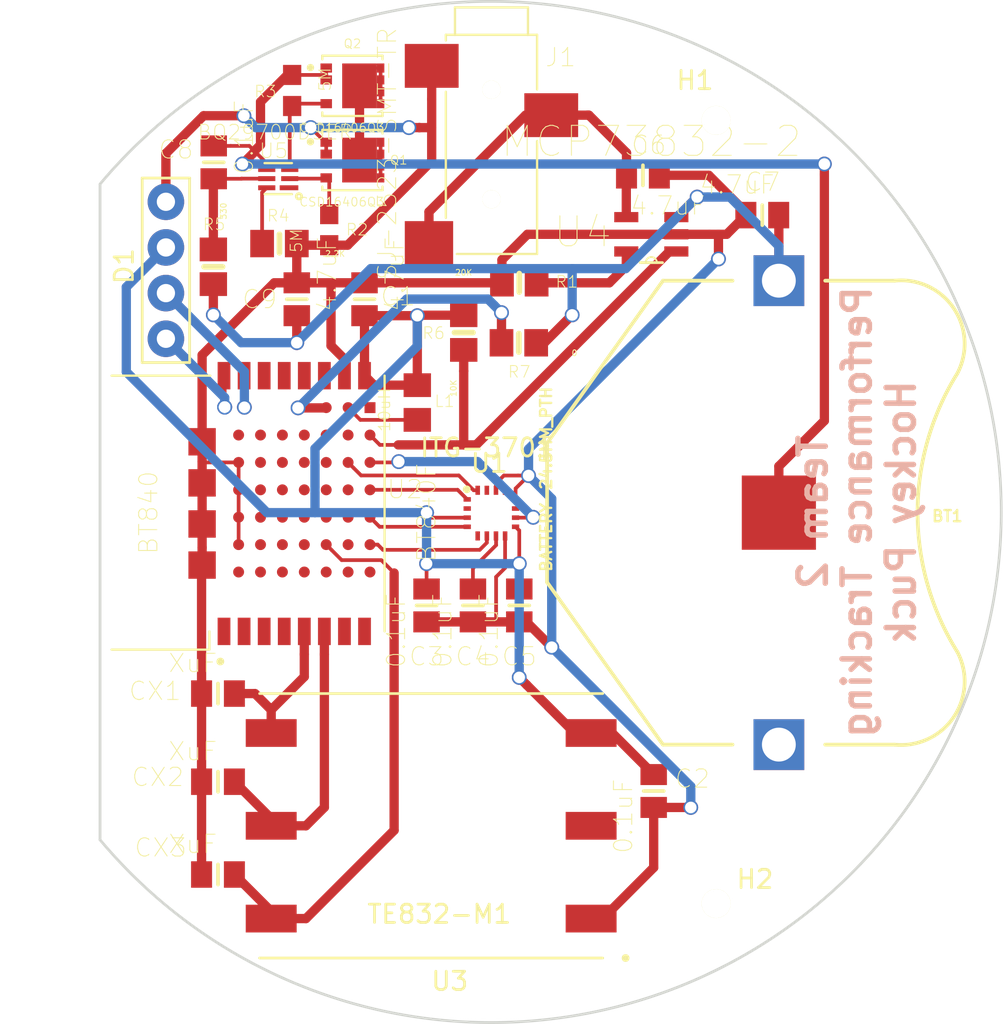
<source format=kicad_pcb>
(kicad_pcb (version 20171130) (host pcbnew "(5.0.1)-4")

  (general
    (thickness 1.6)
    (drawings 3)
    (tracks 293)
    (zones 0)
    (modules 32)
    (nets 26)
  )

  (page A4)
  (layers
    (0 F.Cu signal)
    (31 B.Cu signal)
    (32 B.Adhes user hide)
    (33 F.Adhes user hide)
    (34 B.Paste user hide)
    (35 F.Paste user)
    (36 B.SilkS user)
    (37 F.SilkS user)
    (38 B.Mask user hide)
    (39 F.Mask user)
    (40 Dwgs.User user hide)
    (41 Cmts.User user hide)
    (42 Eco1.User user hide)
    (43 Eco2.User user hide)
    (44 Edge.Cuts user)
    (45 Margin user hide)
    (46 B.CrtYd user hide)
    (47 F.CrtYd user hide)
    (48 B.Fab user hide)
    (49 F.Fab user hide)
  )

  (setup
    (last_trace_width 0.508)
    (user_trace_width 0.1524)
    (user_trace_width 0.2032)
    (user_trace_width 0.508)
    (trace_clearance 0.1016)
    (zone_clearance 0.508)
    (zone_45_only no)
    (trace_min 0)
    (segment_width 0.2)
    (edge_width 0.15)
    (via_size 0.8128)
    (via_drill 0.635)
    (via_min_size 0.8128)
    (via_min_drill 0.635)
    (uvia_size 0.3)
    (uvia_drill 0.1)
    (uvias_allowed no)
    (uvia_min_size 0.2)
    (uvia_min_drill 0.1)
    (pcb_text_width 0.3)
    (pcb_text_size 1.5 1.5)
    (mod_edge_width 0.15)
    (mod_text_size 1 1)
    (mod_text_width 0.15)
    (pad_size 1.5875 1.5875)
    (pad_drill 1.5875)
    (pad_to_mask_clearance 0.051)
    (solder_mask_min_width 0.25)
    (aux_axis_origin 0 0)
    (grid_origin 150 100)
    (visible_elements 7FFDFF3F)
    (pcbplotparams
      (layerselection 0x010f8_ffffffff)
      (usegerberextensions false)
      (usegerberattributes false)
      (usegerberadvancedattributes false)
      (creategerberjobfile false)
      (excludeedgelayer true)
      (linewidth 0.100000)
      (plotframeref false)
      (viasonmask true)
      (mode 1)
      (useauxorigin false)
      (hpglpennumber 1)
      (hpglpenspeed 20)
      (hpglpendiameter 15.000000)
      (psnegative false)
      (psa4output false)
      (plotreference true)
      (plotvalue false)
      (plotinvisibletext false)
      (padsonsilk false)
      (subtractmaskfromsilk false)
      (outputformat 1)
      (mirror false)
      (drillshape 0)
      (scaleselection 1)
      (outputdirectory "./"))
  )

  (net 0 "")
  (net 1 GND)
  (net 2 +BATT)
  (net 3 VCC)
  (net 4 "Net-(C4-Pad1)")
  (net 5 "Net-(C6-Pad1)")
  (net 6 "Net-(C8-Pad1)")
  (net 7 "Net-(CX1-Pad1)")
  (net 8 "Net-(CX2-Pad1)")
  (net 9 "Net-(CX3-Pad1)")
  (net 10 "Net-(L1-Pad2)")
  (net 11 "Net-(Q1-Pad4)")
  (net 12 "Net-(Q2-Pad4)")
  (net 13 "Net-(R1-Pad1)")
  (net 14 "Net-(R4-Pad1)")
  (net 15 "Net-(U1-Pad6)")
  (net 16 "Net-(U1-Pad1)")
  (net 17 "Net-(U1-Pad4)")
  (net 18 "Net-(U1-Pad16)")
  (net 19 "Net-(U1-Pad10)")
  (net 20 "Net-(Q1-Pad9)")
  (net 21 "Net-(D1-Pad1)")
  (net 22 "Net-(D1-Pad2)")
  (net 23 "Net-(BT1-Pad2)")
  (net 24 "Net-(R6-Pad2)")
  (net 25 "Net-(R7-Pad1)")

  (net_class Default "This is the default net class."
    (clearance 0.1016)
    (trace_width 0.4318)
    (via_dia 0.8128)
    (via_drill 0.635)
    (uvia_dia 0.3)
    (uvia_drill 0.1)
    (diff_pair_gap 0.25)
    (diff_pair_width 0.254)
    (add_net +BATT)
    (add_net GND)
    (add_net "Net-(BT1-Pad2)")
    (add_net "Net-(C4-Pad1)")
    (add_net "Net-(C6-Pad1)")
    (add_net "Net-(C8-Pad1)")
    (add_net "Net-(CX1-Pad1)")
    (add_net "Net-(CX2-Pad1)")
    (add_net "Net-(CX3-Pad1)")
    (add_net "Net-(D1-Pad1)")
    (add_net "Net-(D1-Pad2)")
    (add_net "Net-(L1-Pad2)")
    (add_net "Net-(Q1-Pad4)")
    (add_net "Net-(Q1-Pad9)")
    (add_net "Net-(Q2-Pad4)")
    (add_net "Net-(R1-Pad1)")
    (add_net "Net-(R4-Pad1)")
    (add_net "Net-(R6-Pad2)")
    (add_net "Net-(R7-Pad1)")
    (add_net "Net-(U1-Pad1)")
    (add_net "Net-(U1-Pad10)")
    (add_net "Net-(U1-Pad16)")
    (add_net "Net-(U1-Pad4)")
    (add_net "Net-(U1-Pad6)")
    (add_net VCC)
  )

  (net_class BT840F ""
    (clearance 0.25)
    (trace_width 0.2032)
    (via_dia 0.8128)
    (via_drill 0.635)
    (uvia_dia 0.3)
    (uvia_drill 0.1)
    (diff_pair_gap 0.25)
    (diff_pair_width 0.254)
  )

  (net_class PWR/GND ""
    (clearance 0.25)
    (trace_width 0.508)
    (via_dia 0.8128)
    (via_drill 0.635)
    (uvia_dia 0.3)
    (uvia_drill 0.1)
    (diff_pair_gap 0.25)
    (diff_pair_width 0.254)
  )

  (net_class temp ""
    (clearance 0.1016)
    (trace_width 0.1524)
    (via_dia 0.8128)
    (via_drill 0.635)
    (uvia_dia 0.3)
    (uvia_drill 0.1)
    (diff_pair_gap 0.25)
    (diff_pair_width 0.254)
  )

  (module "puck_footprints:Mounting Hole" (layer F.Cu) (tedit 5C4785AE) (tstamp 5D0A1356)
    (at 162.31 77.22)
    (fp_text reference H1 (at -1.16 -0.89) (layer F.SilkS)
      (effects (font (size 1 1) (thickness 0.15)))
    )
    (fp_text value "Mounting Hole" (at 0 -0.5) (layer F.Fab)
      (effects (font (size 1 1) (thickness 0.15)))
    )
    (pad "" np_thru_hole circle (at 0 1.3) (size 1.5875 1.5875) (drill 1.5875) (layers *.Cu *.Mask F.SilkS))
  )

  (module puck_footprints:CSD16406Q3 (layer F.Cu) (tedit 5C476956) (tstamp 5CB2B90D)
    (at 142.38 80.696)
    (path /5C6C15BD)
    (attr smd)
    (fp_text reference Q1 (at 2.54 0) (layer F.SilkS)
      (effects (font (size 0.48 0.48) (thickness 0.05)))
    )
    (fp_text value CSD16406Q3 (at -0.576 2.2952) (layer F.SilkS)
      (effects (font (size 0.48 0.48) (thickness 0.05)))
    )
    (fp_poly (pts (xy -1.21 0.805) (xy -1.21 1.145) (xy -1.66 1.145) (xy -1.66 0.805)) (layer F.Paste) (width 0))
    (fp_poly (pts (xy -1.21 -0.495) (xy -1.21 -0.155) (xy -1.66 -0.155) (xy -1.66 -0.495)) (layer F.Paste) (width 0))
    (fp_poly (pts (xy -1.21 -1.145) (xy -1.21 -0.805) (xy -1.66 -0.805) (xy -1.66 -1.145)) (layer F.Paste) (width 0))
    (fp_poly (pts (xy 1.66 0.805) (xy 1.66 1.145) (xy 1.21 1.145) (xy 1.21 0.805)) (layer F.Paste) (width 0))
    (fp_poly (pts (xy 1.66 0.155) (xy 1.66 0.495) (xy 1.21 0.495) (xy 1.21 0.155)) (layer F.Paste) (width 0))
    (fp_poly (pts (xy 1.66 -0.495) (xy 1.66 -0.155) (xy 1.21 -0.155) (xy 1.21 -0.495)) (layer F.Paste) (width 0))
    (fp_poly (pts (xy 0.985 0.125) (xy 0.985 1.145) (xy -0.46 1.145) (xy -0.46 0.125)) (layer F.Paste) (width 0))
    (fp_poly (pts (xy 1.66 -1.145) (xy 1.66 -0.805) (xy 1.21 -0.805) (xy 1.21 -1.145)) (layer F.Paste) (width 0))
    (fp_poly (pts (xy 0.985 -1.145) (xy 0.985 -0.125) (xy -0.46 -0.125) (xy -0.46 -1.145)) (layer F.Paste) (width 0))
    (fp_circle (center -2.3 -1) (end -2.2 -1) (layer Dwgs.User) (width 0.2))
    (fp_circle (center -2.3 -1) (end -2.2 -1) (layer F.SilkS) (width 0.2))
    (fp_line (start -2 1.9) (end -2 -1.9) (layer Eco1.User) (width 0.05))
    (fp_line (start 2 1.9) (end -2 1.9) (layer Eco1.User) (width 0.05))
    (fp_line (start 2 -1.9) (end 2 1.9) (layer Eco1.User) (width 0.05))
    (fp_line (start -2 -1.9) (end 2 -1.9) (layer Eco1.User) (width 0.05))
    (fp_line (start 1.65 1.65) (end 1.65 1.453) (layer F.SilkS) (width 0.127))
    (fp_line (start -1.65 1.65) (end 1.65 1.65) (layer F.SilkS) (width 0.127))
    (fp_line (start -1.65 1.453) (end -1.65 1.65) (layer F.SilkS) (width 0.127))
    (fp_line (start -1.65 -1.65) (end -1.65 -1.453) (layer F.SilkS) (width 0.127))
    (fp_line (start 1.65 -1.65) (end -1.65 -1.65) (layer F.SilkS) (width 0.127))
    (fp_line (start 1.65 -1.453) (end 1.65 -1.65) (layer F.SilkS) (width 0.127))
    (fp_line (start -1.65 1.65) (end -1.65 -1.65) (layer Dwgs.User) (width 0.127))
    (fp_line (start 1.65 1.65) (end -1.65 1.65) (layer Dwgs.User) (width 0.127))
    (fp_line (start 1.65 -1.65) (end 1.65 1.65) (layer Dwgs.User) (width 0.127))
    (fp_line (start -1.65 -1.65) (end 1.65 -1.65) (layer Dwgs.User) (width 0.127))
    (pad 9 smd rect (at 1.545 -0.975) (size 0.41 0.5) (layers F.Cu F.Paste F.Mask)
      (net 20 "Net-(Q1-Pad9)"))
    (pad 9 smd rect (at 1.545 -0.325) (size 0.41 0.5) (layers F.Cu F.Paste F.Mask)
      (net 20 "Net-(Q1-Pad9)"))
    (pad 9 smd rect (at 1.545 0.325) (size 0.41 0.5) (layers F.Cu F.Paste F.Mask)
      (net 20 "Net-(Q1-Pad9)"))
    (pad 9 smd rect (at 1.545 0.975) (size 0.41 0.5) (layers F.Cu F.Paste F.Mask)
      (net 20 "Net-(Q1-Pad9)"))
    (pad 4 smd rect (at -1.435 0.975) (size 0.63 0.5) (layers F.Cu F.Paste F.Mask)
      (net 11 "Net-(Q1-Pad4)"))
    (pad 2 smd rect (at -1.435 -0.325) (size 0.63 0.5) (layers F.Cu F.Paste F.Mask)
      (net 1 GND))
    (pad 9 smd rect (at 0.39 0 90) (size 2.45 1.9) (layers F.Cu F.Paste F.Mask)
      (net 20 "Net-(Q1-Pad9)"))
    (pad 1 smd rect (at -1.435 -0.975) (size 0.63 0.5) (layers F.Cu F.Paste F.Mask)
      (net 1 GND))
  )

  (module puck_footprints:CSD16406Q3 (layer F.Cu) (tedit 5C47690F) (tstamp 5CB2B934)
    (at 142.38 76.632)
    (path /5C6CE039)
    (attr smd)
    (fp_text reference Q2 (at 0 -2.3048) (layer F.SilkS)
      (effects (font (size 0.48 0.48) (thickness 0.05)))
    )
    (fp_text value CSD16406Q3 (at -0.576 2.2952) (layer F.SilkS)
      (effects (font (size 0.48 0.48) (thickness 0.05)))
    )
    (fp_line (start -1.65 -1.65) (end 1.65 -1.65) (layer Dwgs.User) (width 0.127))
    (fp_line (start 1.65 -1.65) (end 1.65 1.65) (layer Dwgs.User) (width 0.127))
    (fp_line (start 1.65 1.65) (end -1.65 1.65) (layer Dwgs.User) (width 0.127))
    (fp_line (start -1.65 1.65) (end -1.65 -1.65) (layer Dwgs.User) (width 0.127))
    (fp_line (start 1.65 -1.453) (end 1.65 -1.65) (layer F.SilkS) (width 0.127))
    (fp_line (start 1.65 -1.65) (end -1.65 -1.65) (layer F.SilkS) (width 0.127))
    (fp_line (start -1.65 -1.65) (end -1.65 -1.453) (layer F.SilkS) (width 0.127))
    (fp_line (start -1.65 1.453) (end -1.65 1.65) (layer F.SilkS) (width 0.127))
    (fp_line (start -1.65 1.65) (end 1.65 1.65) (layer F.SilkS) (width 0.127))
    (fp_line (start 1.65 1.65) (end 1.65 1.453) (layer F.SilkS) (width 0.127))
    (fp_line (start -2 -1.9) (end 2 -1.9) (layer Eco1.User) (width 0.05))
    (fp_line (start 2 -1.9) (end 2 1.9) (layer Eco1.User) (width 0.05))
    (fp_line (start 2 1.9) (end -2 1.9) (layer Eco1.User) (width 0.05))
    (fp_line (start -2 1.9) (end -2 -1.9) (layer Eco1.User) (width 0.05))
    (fp_circle (center -2.3 -1) (end -2.2 -1) (layer F.SilkS) (width 0.2))
    (fp_circle (center -2.3 -1) (end -2.2 -1) (layer Dwgs.User) (width 0.2))
    (fp_poly (pts (xy 0.985 -1.145) (xy 0.985 -0.125) (xy -0.46 -0.125) (xy -0.46 -1.145)) (layer F.Paste) (width 0))
    (fp_poly (pts (xy 1.66 -1.145) (xy 1.66 -0.805) (xy 1.21 -0.805) (xy 1.21 -1.145)) (layer F.Paste) (width 0))
    (fp_poly (pts (xy 0.985 0.125) (xy 0.985 1.145) (xy -0.46 1.145) (xy -0.46 0.125)) (layer F.Paste) (width 0))
    (fp_poly (pts (xy 1.66 -0.495) (xy 1.66 -0.155) (xy 1.21 -0.155) (xy 1.21 -0.495)) (layer F.Paste) (width 0))
    (fp_poly (pts (xy 1.66 0.155) (xy 1.66 0.495) (xy 1.21 0.495) (xy 1.21 0.155)) (layer F.Paste) (width 0))
    (fp_poly (pts (xy 1.66 0.805) (xy 1.66 1.145) (xy 1.21 1.145) (xy 1.21 0.805)) (layer F.Paste) (width 0))
    (fp_poly (pts (xy -1.21 -1.145) (xy -1.21 -0.805) (xy -1.66 -0.805) (xy -1.66 -1.145)) (layer F.Paste) (width 0))
    (fp_poly (pts (xy -1.21 -0.495) (xy -1.21 -0.155) (xy -1.66 -0.155) (xy -1.66 -0.495)) (layer F.Paste) (width 0))
    (fp_poly (pts (xy -1.21 0.805) (xy -1.21 1.145) (xy -1.66 1.145) (xy -1.66 0.805)) (layer F.Paste) (width 0))
    (pad 1 smd rect (at -1.435 -0.975) (size 0.63 0.5) (layers F.Cu F.Paste F.Mask)
      (net 23 "Net-(BT1-Pad2)"))
    (pad 9 smd rect (at 0.39 0 90) (size 2.45 1.9) (layers F.Cu F.Paste F.Mask)
      (net 20 "Net-(Q1-Pad9)"))
    (pad 2 smd rect (at -1.435 -0.325) (size 0.63 0.5) (layers F.Cu F.Paste F.Mask)
      (net 23 "Net-(BT1-Pad2)"))
    (pad 4 smd rect (at -1.435 0.975) (size 0.63 0.5) (layers F.Cu F.Paste F.Mask)
      (net 12 "Net-(Q2-Pad4)"))
    (pad 9 smd rect (at 1.545 0.975) (size 0.41 0.5) (layers F.Cu F.Paste F.Mask)
      (net 20 "Net-(Q1-Pad9)"))
    (pad 9 smd rect (at 1.545 0.325) (size 0.41 0.5) (layers F.Cu F.Paste F.Mask)
      (net 20 "Net-(Q1-Pad9)"))
    (pad 9 smd rect (at 1.545 -0.325) (size 0.41 0.5) (layers F.Cu F.Paste F.Mask)
      (net 20 "Net-(Q1-Pad9)"))
    (pad 9 smd rect (at 1.545 -0.975) (size 0.41 0.5) (layers F.Cu F.Paste F.Mask)
      (net 20 "Net-(Q1-Pad9)"))
  )

  (module puck_footprints:BT840F (layer F.Cu) (tedit 5C47652D) (tstamp 5CB2B9E8)
    (at 133.744 100 90)
    (path /5C08C7CF)
    (attr smd)
    (fp_text reference U2 (at 1.28 11.516) (layer F.SilkS)
      (effects (font (size 1 1) (thickness 0.05)))
    )
    (fp_text value BT840F (at 0 12.7 90) (layer F.SilkS)
      (effects (font (size 1 1) (thickness 0.05)))
    )
    (fp_line (start -6.50508 10.3975) (end -6.50508 9.8793) (layer Dwgs.User) (width 0.001))
    (fp_line (start 7.50048 9.81072) (end 7.50048 10.3898) (layer Dwgs.User) (width 0.001))
    (fp_line (start -6.5 10.4) (end -6.5 0.8) (layer Dwgs.User) (width 0.127))
    (fp_line (start 7.5 0.85) (end 7.5 10.4) (layer Dwgs.User) (width 0.127))
    (fp_line (start 7.5 10.4) (end -6.5 10.4) (layer Dwgs.User) (width 0.127))
    (fp_line (start -6.5 0.8) (end -7.5 0.8) (layer F.SilkS) (width 0.127))
    (fp_line (start -7.5 0.73) (end -7.5 -4.558) (layer F.SilkS) (width 0.127))
    (fp_line (start 7.5 -4.558) (end 7.5 0.85) (layer F.SilkS) (width 0.127))
    (fp_text user BT840 (at 0 -2.54 90) (layer F.SilkS)
      (effects (font (size 1 1) (thickness 0.05)))
    )
    (fp_poly (pts (xy -7.4 -10.29) (xy 7.4 -10.29) (xy 7.4 -0.6) (xy -7.4 -0.6)) (layer Dwgs.User) (width 0))
    (fp_poly (pts (xy -7.4 -10.29) (xy 7.4 -10.29) (xy 7.4 -0.6) (xy -7.4 -0.6)) (layer Dwgs.User) (width 0))
    (fp_poly (pts (xy -7.4 -10.29) (xy 7.4 -10.29) (xy 7.4 -0.6) (xy -7.4 -0.6)) (layer Dwgs.User) (width 0))
    (fp_circle (center -8.15 1.4) (end -8.0382 1.4) (layer F.SilkS) (width 0.2))
    (fp_line (start -7.5 10.65) (end -7.5 1.08) (layer Eco1.User) (width 0.05))
    (fp_line (start -7.5 1.08) (end -7.75 1.08) (layer Eco1.User) (width 0.05))
    (fp_line (start -7.75 1.08) (end -7.75 -10.65) (layer Eco1.User) (width 0.05))
    (fp_line (start -7.75 -10.65) (end 7.75 -10.65) (layer Eco1.User) (width 0.05))
    (fp_line (start 8.5 10.65) (end -7.5 10.65) (layer Eco1.User) (width 0.05))
    (fp_line (start 7.75 -10.65) (end 7.75 1) (layer Eco1.User) (width 0.05))
    (fp_line (start 7.75 1) (end 8.5 1) (layer Eco1.User) (width 0.05))
    (fp_line (start 8.5 1) (end 8.5 10.65) (layer Eco1.User) (width 0.05))
    (fp_line (start 7.5 10.4) (end -6.5 10.4) (layer F.SilkS) (width 0.127))
    (fp_line (start 7.50302 -5.6) (end 7.5 0.85) (layer Dwgs.User) (width 0.001))
    (fp_line (start -6.5 0.8) (end -7.5 0.8) (layer Dwgs.User) (width 0.127))
    (fp_line (start -7.5 0.73) (end -7.5 -10.4) (layer Dwgs.User) (width 0.127))
    (fp_line (start -7.5 -10.4) (end 7.5 -10.4) (layer Dwgs.User) (width 0.127))
    (fp_line (start 7.5 -10.4) (end 7.5 0.85) (layer Dwgs.User) (width 0.127))
    (fp_circle (center -8.15 1.4) (end -8.0382 1.4) (layer Dwgs.User) (width 0.2))
    (pad 1 smd rect (at -6.5 1.6 270) (size 1.5 0.7) (layers F.Cu F.Paste F.Mask))
    (pad 2 smd rect (at -6.5 2.7 90) (size 1.5 0.7) (layers F.Cu F.Paste F.Mask))
    (pad 3 smd rect (at -6.5 3.8 90) (size 1.5 0.7) (layers F.Cu F.Paste F.Mask))
    (pad 4 smd rect (at -6.5 4.9 90) (size 1.5 0.7) (layers F.Cu F.Paste F.Mask))
    (pad 5 smd rect (at -6.5 6 90) (size 1.5 0.7) (layers F.Cu F.Paste F.Mask)
      (net 7 "Net-(CX1-Pad1)"))
    (pad 6 smd rect (at -6.5 7.1 90) (size 1.5 0.7) (layers F.Cu F.Paste F.Mask)
      (net 8 "Net-(CX2-Pad1)"))
    (pad 7 smd rect (at -6.5 8.2 90) (size 1.5 0.7) (layers F.Cu F.Paste F.Mask))
    (pad 8 smd rect (at -6.5 9.3 90) (size 1.5 0.7) (layers F.Cu F.Paste F.Mask))
    (pad 9 smd rect (at 7.5 9.3 90) (size 1.5 0.7) (layers F.Cu F.Paste F.Mask)
      (net 3 VCC))
    (pad 10 smd rect (at 7.5 8.2 90) (size 1.5 0.7) (layers F.Cu F.Paste F.Mask)
      (net 1 GND))
    (pad 11 smd rect (at 7.5 7.1 90) (size 1.5 0.7) (layers F.Cu F.Paste F.Mask))
    (pad 12 smd rect (at 7.5 6 90) (size 1.5 0.7) (layers F.Cu F.Paste F.Mask))
    (pad 13 smd rect (at 7.5 4.9 90) (size 1.5 0.7) (layers F.Cu F.Paste F.Mask))
    (pad 14 smd rect (at 7.5 3.8 90) (size 1.5 0.7) (layers F.Cu F.Paste F.Mask))
    (pad 15 smd rect (at 7.5 2.7 90) (size 1.5 0.7) (layers F.Cu F.Paste F.Mask)
      (net 22 "Net-(D1-Pad2)"))
    (pad 16 smd rect (at 7.5 1.6 90) (size 1.5 0.7) (layers F.Cu F.Paste F.Mask)
      (net 21 "Net-(D1-Pad1)"))
    (pad A5 smd circle (at -1.75 8.4 90) (size 0.6 0.6) (layers F.Cu F.Paste F.Mask))
    (pad B5 smd circle (at -0.25 8.4 270) (size 0.6 0.6) (layers F.Cu F.Paste F.Mask))
    (pad C5 smd circle (at 1.25 8.4 270) (size 0.6 0.6) (layers F.Cu F.Paste F.Mask))
    (pad D5 smd circle (at 2.75 8.4 270) (size 0.6 0.6) (layers F.Cu F.Paste F.Mask)
      (net 18 "Net-(U1-Pad16)"))
    (pad A4 smd circle (at -1.75 7.2 270) (size 0.6 0.6) (layers F.Cu F.Paste F.Mask)
      (net 9 "Net-(CX3-Pad1)"))
    (pad B4 smd circle (at -0.25 7.2 270) (size 0.6 0.6) (layers F.Cu F.Paste F.Mask))
    (pad C4 smd circle (at 1.25 7.2 270) (size 0.6 0.6) (layers F.Cu F.Paste F.Mask))
    (pad D4 smd circle (at 2.75 7.2 270) (size 0.6 0.6) (layers F.Cu F.Paste F.Mask))
    (pad A3 smd circle (at -1.75 6 270) (size 0.6 0.6) (layers F.Cu F.Paste F.Mask))
    (pad B3 smd circle (at -0.25 6 270) (size 0.6 0.6) (layers F.Cu F.Paste F.Mask))
    (pad C3 smd circle (at 1.25 6 270) (size 0.6 0.6) (layers F.Cu F.Paste F.Mask))
    (pad D3 smd circle (at 2.75 6 270) (size 0.6 0.6) (layers F.Cu F.Paste F.Mask))
    (pad A2 smd circle (at -1.75 4.8 270) (size 0.6 0.6) (layers F.Cu F.Paste F.Mask))
    (pad B2 smd circle (at -0.25 4.8 270) (size 0.6 0.6) (layers F.Cu F.Paste F.Mask))
    (pad C2 smd circle (at 1.25 4.8 270) (size 0.6 0.6) (layers F.Cu F.Paste F.Mask))
    (pad D2 smd circle (at 2.75 4.8 270) (size 0.6 0.6) (layers F.Cu F.Paste F.Mask))
    (pad A1 smd circle (at -1.75 3.6 270) (size 0.6 0.6) (layers F.Cu F.Paste F.Mask))
    (pad A0 smd circle (at -1.75 2.4 270) (size 0.6 0.6) (layers F.Cu F.Paste F.Mask)
      (net 1 GND))
    (pad B0 smd circle (at -0.25 2.4 270) (size 0.6 0.6) (layers F.Cu F.Paste F.Mask)
      (net 1 GND))
    (pad B1 smd circle (at -0.25 3.6 270) (size 0.6 0.6) (layers F.Cu F.Paste F.Mask))
    (pad C1 smd circle (at 1.25 3.6 270) (size 0.6 0.6) (layers F.Cu F.Paste F.Mask))
    (pad C0 smd circle (at 1.25 2.4 270) (size 0.6 0.6) (layers F.Cu F.Paste F.Mask)
      (net 1 GND))
    (pad D0 smd circle (at 2.75 2.4 270) (size 0.6 0.6) (layers F.Cu F.Paste F.Mask)
      (net 1 GND))
    (pad D1 smd circle (at 2.75 3.6 270) (size 0.6 0.6) (layers F.Cu F.Paste F.Mask))
    (pad F0 smd rect (at -2.87 0.4 90) (size 1.5 1.5) (layers F.Cu F.Paste F.Mask)
      (net 1 GND))
    (pad F1 smd rect (at -0.62 0.4 90) (size 1.5 1.5) (layers F.Cu F.Paste F.Mask)
      (net 1 GND))
    (pad F2 smd rect (at 1.63 0.4 90) (size 1.5 1.5) (layers F.Cu F.Paste F.Mask)
      (net 1 GND))
    (pad F3 smd rect (at 3.88 0.4 90) (size 1.5 1.5) (layers F.Cu F.Paste F.Mask)
      (net 1 GND))
    (pad Z5 smd circle (at -3.25 8.4 90) (size 0.6 0.6) (layers F.Cu F.Paste F.Mask))
    (pad Z4 smd circle (at -3.25 7.2 270) (size 0.6 0.6) (layers F.Cu F.Paste F.Mask))
    (pad Z3 smd circle (at -3.25 6 270) (size 0.6 0.6) (layers F.Cu F.Paste F.Mask))
    (pad Z2 smd circle (at -3.25 4.8 270) (size 0.6 0.6) (layers F.Cu F.Paste F.Mask))
    (pad Z1 smd circle (at -3.25 3.6 270) (size 0.6 0.6) (layers F.Cu F.Paste F.Mask))
    (pad Z0 smd circle (at -3.25 2.4 270) (size 0.6 0.6) (layers F.Cu F.Paste F.Mask))
    (pad E5 smd circle (at 4.25 8.4 90) (size 0.6 0.6) (layers F.Cu F.Paste F.Mask))
    (pad E4 smd circle (at 4.25 7.2 270) (size 0.6 0.6) (layers F.Cu F.Paste F.Mask))
    (pad E3 smd circle (at 4.25 6 270) (size 0.6 0.6) (layers F.Cu F.Paste F.Mask))
    (pad E2 smd circle (at 4.25 4.8 270) (size 0.6 0.6) (layers F.Cu F.Paste F.Mask))
    (pad E1 smd circle (at 4.25 3.6 270) (size 0.6 0.6) (layers F.Cu F.Paste F.Mask))
    (pad E0 smd circle (at 4.25 2.4 270) (size 0.6 0.6) (layers F.Cu F.Paste F.Mask))
    (pad A6 smd circle (at -1.75 9.6 90) (size 0.6 0.6) (layers F.Cu F.Paste F.Mask)
      (net 15 "Net-(U1-Pad6)"))
    (pad B6 smd circle (at -0.25 9.6 270) (size 0.6 0.6) (layers F.Cu F.Paste F.Mask)
      (net 17 "Net-(U1-Pad4)"))
    (pad C6 smd circle (at 1.25 9.6 270) (size 0.6 0.6) (layers F.Cu F.Paste F.Mask)
      (net 16 "Net-(U1-Pad1)"))
    (pad D6 smd circle (at 2.75 9.6 270) (size 0.6 0.6) (layers F.Cu F.Paste F.Mask)
      (net 19 "Net-(U1-Pad10)"))
    (pad Z6 smd circle (at -3.25 9.6 90) (size 0.6 0.6) (layers F.Cu F.Paste F.Mask))
    (pad E6 smd circle (at 4.25 9.6 90) (size 0.6 0.6) (layers F.Cu F.Paste F.Mask)
      (net 24 "Net-(R6-Pad2)"))
    (pad F5 smd circle (at 5.75 8.4 90) (size 0.6 0.6) (layers F.Cu F.Paste F.Mask)
      (net 10 "Net-(L1-Pad2)"))
    (pad F4 smd circle (at 5.75 7.2 270) (size 0.6 0.6) (layers F.Cu F.Paste F.Mask)
      (net 25 "Net-(R7-Pad1)"))
    (pad F6 smd rect (at 5.75 9.6 90) (size 0.6 0.6) (layers F.Cu F.Paste F.Mask))
  )

  (module puck_footprints:CUI_SJ-2523-SMT-TR (layer F.Cu) (tedit 0) (tstamp 5CB2B8DA)
    (at 150 73.838 270)
    (path /5C370698)
    (attr smd)
    (fp_text reference J1 (at 1.232 -3.79 180) (layer F.SilkS)
      (effects (font (size 1.00183 1.00183) (thickness 0.05)))
    )
    (fp_text value SJ-2523-SMT-TR (at 6.512 5.71 270) (layer F.SilkS)
      (effects (font (size 1.00124 1.00124) (thickness 0.05)))
    )
    (fp_line (start 0 -2.5) (end 0 -2) (layer Dwgs.User) (width 0.127))
    (fp_line (start 0 -2) (end 0 2) (layer Dwgs.User) (width 0.127))
    (fp_line (start 0 2) (end 0 2.5) (layer Dwgs.User) (width 0.127))
    (fp_line (start 0 2.5) (end 12 2.5) (layer Dwgs.User) (width 0.127))
    (fp_line (start 12 2.5) (end 12 -2.5) (layer Dwgs.User) (width 0.127))
    (fp_line (start 12 -2.5) (end 0 -2.5) (layer Dwgs.User) (width 0.127))
    (fp_line (start 0 -2) (end -1.5 -2) (layer Dwgs.User) (width 0.127))
    (fp_line (start -1.5 -2) (end -1.5 2) (layer Dwgs.User) (width 0.127))
    (fp_line (start -1.5 2) (end 0 2) (layer Dwgs.User) (width 0.127))
    (fp_line (start 0 -2) (end -1.5 -2) (layer F.SilkS) (width 0.127))
    (fp_line (start -1.5 -2) (end -1.5 2) (layer F.SilkS) (width 0.127))
    (fp_line (start -1.5 2) (end 0 2) (layer F.SilkS) (width 0.127))
    (fp_line (start 12.85 5) (end 9.95 5) (layer Eco1.User) (width 0.05))
    (fp_line (start 9.95 5) (end 9.95 2.75) (layer Eco1.User) (width 0.05))
    (fp_line (start 9.95 2.75) (end 3.15 2.75) (layer Eco1.User) (width 0.05))
    (fp_line (start -0.25 2.25) (end -1.75 2.25) (layer Eco1.User) (width 0.05))
    (fp_line (start -1.75 2.25) (end -1.75 -2.25) (layer Eco1.User) (width 0.05))
    (fp_line (start -0.25 -2.75) (end 2.95 -2.75) (layer Eco1.User) (width 0.05))
    (fp_line (start 2.95 -2.75) (end 2.95 -5) (layer Eco1.User) (width 0.05))
    (fp_line (start 2.95 -5) (end 5.85 -5) (layer Eco1.User) (width 0.05))
    (fp_line (start 5.85 -5) (end 5.85 -2.75) (layer Eco1.User) (width 0.05))
    (fp_line (start 5.85 -2.75) (end 12.25 -2.75) (layer Eco1.User) (width 0.05))
    (fp_line (start 0 -2.5) (end 0 -2) (layer F.SilkS) (width 0.127))
    (fp_line (start 0 -2) (end 0 2) (layer F.SilkS) (width 0.127))
    (fp_line (start 0 2) (end 0 2.5) (layer F.SilkS) (width 0.127))
    (fp_line (start -0.25 -2.75) (end -0.25 -2.25) (layer Eco1.User) (width 0.05))
    (fp_line (start -0.25 -2.25) (end -1.75 -2.25) (layer Eco1.User) (width 0.05))
    (fp_line (start 3.15 2.75) (end 3.15 5) (layer Eco1.User) (width 0.05))
    (fp_line (start 3.15 5) (end 0.25 5) (layer Eco1.User) (width 0.05))
    (fp_line (start 0.25 5) (end 0.25 2.75) (layer Eco1.User) (width 0.05))
    (fp_line (start 0.25 2.75) (end -0.25 2.75) (layer Eco1.User) (width 0.05))
    (fp_line (start -0.25 2.75) (end -0.25 2.25) (layer Eco1.User) (width 0.05))
    (fp_line (start 0 -2.5) (end 2.99 -2.5) (layer F.SilkS) (width 0.127))
    (fp_line (start 5.82 -2.5) (end 12 -2.5) (layer F.SilkS) (width 0.127))
    (fp_line (start 12 -2.5) (end 12 1.9) (layer F.SilkS) (width 0.127))
    (fp_line (start 10.02 2.5) (end 3.12 2.5) (layer F.SilkS) (width 0.127))
    (fp_line (start 0 2.5) (end 0.31 2.5) (layer F.SilkS) (width 0.127))
    (fp_line (start 12.25 -2.75) (end 12.25 1.85) (layer Eco1.User) (width 0.05))
    (fp_line (start 12.25 1.85) (end 12.85 1.85) (layer Eco1.User) (width 0.05))
    (fp_line (start 12.85 1.85) (end 12.85 5) (layer Eco1.User) (width 0.05))
    (pad 1 smd rect (at 1.7 3.275 270) (size 2.4 2.95) (layers F.Cu F.Paste F.Mask)
      (net 1 GND))
    (pad 2 smd rect (at 11.4 3.425 270) (size 2.4 2.65) (layers F.Cu F.Paste F.Mask)
      (net 5 "Net-(C6-Pad1)"))
    (pad 3 smd rect (at 4.4 -3.275 270) (size 2.4 2.95) (layers F.Cu F.Paste F.Mask)
      (net 5 "Net-(C6-Pad1)"))
    (pad Hole np_thru_hole circle (at 3 0 270) (size 1 1) (drill 1) (layers *.Cu *.Mask F.SilkS))
    (pad Hole np_thru_hole circle (at 9 0 270) (size 1 1) (drill 1) (layers *.Cu *.Mask F.SilkS))
  )

  (module puck_footprints:BATTCON_24.5MM_PTH (layer F.Cu) (tedit 200000) (tstamp 5CB2B7DD)
    (at 165.748 100 270)
    (descr "24.5MM COIN CELL BATTERY (CR2450) HOLDER - PTH")
    (tags "24.5MM COIN CELL BATTERY (CR2450) HOLDER - PTH")
    (path /5C388373)
    (attr smd)
    (fp_text reference BT1 (at 0.19 -9.232) (layer F.SilkS)
      (effects (font (size 0.6096 0.6096) (thickness 0.127)))
    )
    (fp_text value BATTERY-24.5MM_PTH (at -1.8288 12.7508 90) (layer F.SilkS)
      (effects (font (size 0.6096 0.6096) (thickness 0.127)))
    )
    (fp_line (start -3.81 12.7) (end 3.81 12.7) (layer F.SilkS) (width 0.2032))
    (fp_line (start -3.81 12.7) (end -12.7 6.35) (layer F.SilkS) (width 0.2032))
    (fp_line (start 3.81 12.7) (end 12.7 6.35) (layer F.SilkS) (width 0.2032))
    (fp_line (start 12.7 6.35) (end 12.7 2.54) (layer F.SilkS) (width 0.2032))
    (fp_line (start -12.7 6.35) (end -12.7 2.54) (layer F.SilkS) (width 0.2032))
    (fp_line (start -12.7 -6.35) (end -12.7 -2.54) (layer F.SilkS) (width 0.2032))
    (fp_line (start 12.7 -6.35) (end 12.7 -2.54) (layer F.SilkS) (width 0.2032))
    (fp_circle (center 0 0) (end 0 -12.24788) (layer Dwgs.User) (width 0.2032))
    (fp_arc (start 0 -22.02434) (end 7.62 -9.779) (angle 63.7) (layer F.SilkS) (width 0.2032))
    (fp_arc (start -9.24306 -6.7056) (end -12.7 -6.35) (angle 123.7) (layer F.SilkS) (width 0.2032))
    (fp_arc (start 9.24306 -6.7056) (end 7.62 -9.779) (angle 123.7) (layer F.SilkS) (width 0.2032))
    (pad 1 thru_hole rect (at -12.7 0 270) (size 2.7813 2.7813) (drill 1.8542) (layers *.Cu *.Mask)
      (net 2 +BATT) (solder_mask_margin 0.1016))
    (pad 2 smd rect (at 0 0 270) (size 4.064 4.064) (layers F.Cu F.Paste F.Mask)
      (net 23 "Net-(BT1-Pad2)") (solder_mask_margin 0.1016))
    (pad 3 thru_hole rect (at 12.7 0 270) (size 2.7813 2.7813) (drill 1.8542) (layers *.Cu *.Mask)
      (solder_mask_margin 0.1016))
  )

  (module puck_footprints:CAPC2012X140N (layer F.Cu) (tedit 0) (tstamp 5CB2B7EE)
    (at 143.044 88.316 90)
    (path /5C0A4E4C)
    (attr smd)
    (fp_text reference C1 (at 0.156 1.836) (layer F.SilkS)
      (effects (font (size 1 1) (thickness 0.05)))
    )
    (fp_text value 4.7uF (at 1.375 1.665 90) (layer F.SilkS)
      (effects (font (size 1 1) (thickness 0.05)))
    )
    (fp_line (start 0 -0.55) (end 0 0.55) (layer F.SilkS) (width 0.2))
    (fp_line (start -1.75 -1) (end 1.75 -1) (layer Eco1.User) (width 0.05))
    (fp_line (start 1.75 -1) (end 1.75 1) (layer Eco1.User) (width 0.05))
    (fp_line (start 1.75 1) (end -1.75 1) (layer Eco1.User) (width 0.05))
    (fp_line (start -1.75 1) (end -1.75 -1) (layer Eco1.User) (width 0.05))
    (fp_line (start -1 -0.65) (end 1 -0.65) (layer Dwgs.User) (width 0.127))
    (fp_line (start 1 -0.65) (end 1 0.65) (layer Dwgs.User) (width 0.127))
    (fp_line (start 1 0.65) (end -1 0.65) (layer Dwgs.User) (width 0.127))
    (fp_line (start -1 0.65) (end -1 -0.65) (layer Dwgs.User) (width 0.127))
    (fp_poly (pts (xy -1 -0.65) (xy -0.5 -0.65) (xy -0.5 0.65) (xy -1 0.65)) (layer Dwgs.User) (width 0))
    (fp_poly (pts (xy 0.5 -0.65) (xy 1 -0.65) (xy 1 0.65) (xy 0.5 0.65)) (layer Dwgs.User) (width 0))
    (pad 1 smd rect (at -0.9 0 90) (size 1.15 1.45) (layers F.Cu F.Paste F.Mask)
      (net 3 VCC))
    (pad 2 smd rect (at 0.9 0 90) (size 1.15 1.45) (layers F.Cu F.Paste F.Mask)
      (net 1 GND))
  )

  (module puck_footprints:CAPC2012X140N (layer F.Cu) (tedit 0) (tstamp 5CB2B7FF)
    (at 158.89 115.24 270)
    (path /5C133E91)
    (attr smd)
    (fp_text reference C2 (at -0.67 -2.12 180) (layer F.SilkS)
      (effects (font (size 1 1) (thickness 0.05)))
    )
    (fp_text value 0.1uF (at 1.375 1.665 270) (layer F.SilkS)
      (effects (font (size 1 1) (thickness 0.05)))
    )
    (fp_poly (pts (xy 0.5 -0.65) (xy 1 -0.65) (xy 1 0.65) (xy 0.5 0.65)) (layer Dwgs.User) (width 0))
    (fp_poly (pts (xy -1 -0.65) (xy -0.5 -0.65) (xy -0.5 0.65) (xy -1 0.65)) (layer Dwgs.User) (width 0))
    (fp_line (start -1 0.65) (end -1 -0.65) (layer Dwgs.User) (width 0.127))
    (fp_line (start 1 0.65) (end -1 0.65) (layer Dwgs.User) (width 0.127))
    (fp_line (start 1 -0.65) (end 1 0.65) (layer Dwgs.User) (width 0.127))
    (fp_line (start -1 -0.65) (end 1 -0.65) (layer Dwgs.User) (width 0.127))
    (fp_line (start -1.75 1) (end -1.75 -1) (layer Eco1.User) (width 0.05))
    (fp_line (start 1.75 1) (end -1.75 1) (layer Eco1.User) (width 0.05))
    (fp_line (start 1.75 -1) (end 1.75 1) (layer Eco1.User) (width 0.05))
    (fp_line (start -1.75 -1) (end 1.75 -1) (layer Eco1.User) (width 0.05))
    (fp_line (start 0 -0.55) (end 0 0.55) (layer F.SilkS) (width 0.2))
    (pad 2 smd rect (at 0.9 0 270) (size 1.15 1.45) (layers F.Cu F.Paste F.Mask)
      (net 1 GND))
    (pad 1 smd rect (at -0.9 0 270) (size 1.15 1.45) (layers F.Cu F.Paste F.Mask)
      (net 3 VCC))
  )

  (module puck_footprints:CAPC2012X140N (layer F.Cu) (tedit 0) (tstamp 5CB2B810)
    (at 146.444 105.08 270)
    (path /5C1C3957)
    (attr smd)
    (fp_text reference C3 (at 2.794 0 180) (layer F.SilkS)
      (effects (font (size 1 1) (thickness 0.05)))
    )
    (fp_text value 0.1uF (at 1.375 1.665 270) (layer F.SilkS)
      (effects (font (size 1 1) (thickness 0.05)))
    )
    (fp_poly (pts (xy 0.5 -0.65) (xy 1 -0.65) (xy 1 0.65) (xy 0.5 0.65)) (layer Dwgs.User) (width 0))
    (fp_poly (pts (xy -1 -0.65) (xy -0.5 -0.65) (xy -0.5 0.65) (xy -1 0.65)) (layer Dwgs.User) (width 0))
    (fp_line (start -1 0.65) (end -1 -0.65) (layer Dwgs.User) (width 0.127))
    (fp_line (start 1 0.65) (end -1 0.65) (layer Dwgs.User) (width 0.127))
    (fp_line (start 1 -0.65) (end 1 0.65) (layer Dwgs.User) (width 0.127))
    (fp_line (start -1 -0.65) (end 1 -0.65) (layer Dwgs.User) (width 0.127))
    (fp_line (start -1.75 1) (end -1.75 -1) (layer Eco1.User) (width 0.05))
    (fp_line (start 1.75 1) (end -1.75 1) (layer Eco1.User) (width 0.05))
    (fp_line (start 1.75 -1) (end 1.75 1) (layer Eco1.User) (width 0.05))
    (fp_line (start -1.75 -1) (end 1.75 -1) (layer Eco1.User) (width 0.05))
    (fp_line (start 0 -0.55) (end 0 0.55) (layer F.SilkS) (width 0.2))
    (pad 2 smd rect (at 0.9 0 270) (size 1.15 1.45) (layers F.Cu F.Paste F.Mask)
      (net 1 GND))
    (pad 1 smd rect (at -0.9 0 270) (size 1.15 1.45) (layers F.Cu F.Paste F.Mask)
      (net 3 VCC))
  )

  (module puck_footprints:CAPC2012X140N (layer F.Cu) (tedit 0) (tstamp 5CB2B821)
    (at 148.984 105.08 270)
    (path /5C19A914)
    (attr smd)
    (fp_text reference C4 (at 2.794 0 180) (layer F.SilkS)
      (effects (font (size 1 1) (thickness 0.05)))
    )
    (fp_text value 0.1uF (at 1.375 1.665 270) (layer F.SilkS)
      (effects (font (size 1 1) (thickness 0.05)))
    )
    (fp_poly (pts (xy 0.5 -0.65) (xy 1 -0.65) (xy 1 0.65) (xy 0.5 0.65)) (layer Dwgs.User) (width 0))
    (fp_poly (pts (xy -1 -0.65) (xy -0.5 -0.65) (xy -0.5 0.65) (xy -1 0.65)) (layer Dwgs.User) (width 0))
    (fp_line (start -1 0.65) (end -1 -0.65) (layer Dwgs.User) (width 0.127))
    (fp_line (start 1 0.65) (end -1 0.65) (layer Dwgs.User) (width 0.127))
    (fp_line (start 1 -0.65) (end 1 0.65) (layer Dwgs.User) (width 0.127))
    (fp_line (start -1 -0.65) (end 1 -0.65) (layer Dwgs.User) (width 0.127))
    (fp_line (start -1.75 1) (end -1.75 -1) (layer Eco1.User) (width 0.05))
    (fp_line (start 1.75 1) (end -1.75 1) (layer Eco1.User) (width 0.05))
    (fp_line (start 1.75 -1) (end 1.75 1) (layer Eco1.User) (width 0.05))
    (fp_line (start -1.75 -1) (end 1.75 -1) (layer Eco1.User) (width 0.05))
    (fp_line (start 0 -0.55) (end 0 0.55) (layer F.SilkS) (width 0.2))
    (pad 2 smd rect (at 0.9 0 270) (size 1.15 1.45) (layers F.Cu F.Paste F.Mask)
      (net 1 GND))
    (pad 1 smd rect (at -0.9 0 270) (size 1.15 1.45) (layers F.Cu F.Paste F.Mask)
      (net 4 "Net-(C4-Pad1)"))
  )

  (module puck_footprints:CAPC2012X140N (layer F.Cu) (tedit 0) (tstamp 5CB2B832)
    (at 151.524 105.08 270)
    (path /5C1BCFEB)
    (attr smd)
    (fp_text reference C5 (at 2.794 0 180) (layer F.SilkS)
      (effects (font (size 1 1) (thickness 0.05)))
    )
    (fp_text value 0.1uF (at 1.375 1.665 270) (layer F.SilkS)
      (effects (font (size 1 1) (thickness 0.05)))
    )
    (fp_line (start 0 -0.55) (end 0 0.55) (layer F.SilkS) (width 0.2))
    (fp_line (start -1.75 -1) (end 1.75 -1) (layer Eco1.User) (width 0.05))
    (fp_line (start 1.75 -1) (end 1.75 1) (layer Eco1.User) (width 0.05))
    (fp_line (start 1.75 1) (end -1.75 1) (layer Eco1.User) (width 0.05))
    (fp_line (start -1.75 1) (end -1.75 -1) (layer Eco1.User) (width 0.05))
    (fp_line (start -1 -0.65) (end 1 -0.65) (layer Dwgs.User) (width 0.127))
    (fp_line (start 1 -0.65) (end 1 0.65) (layer Dwgs.User) (width 0.127))
    (fp_line (start 1 0.65) (end -1 0.65) (layer Dwgs.User) (width 0.127))
    (fp_line (start -1 0.65) (end -1 -0.65) (layer Dwgs.User) (width 0.127))
    (fp_poly (pts (xy -1 -0.65) (xy -0.5 -0.65) (xy -0.5 0.65) (xy -1 0.65)) (layer Dwgs.User) (width 0))
    (fp_poly (pts (xy 0.5 -0.65) (xy 1 -0.65) (xy 1 0.65) (xy 0.5 0.65)) (layer Dwgs.User) (width 0))
    (pad 1 smd rect (at -0.9 0 270) (size 1.15 1.45) (layers F.Cu F.Paste F.Mask)
      (net 3 VCC))
    (pad 2 smd rect (at 0.9 0 270) (size 1.15 1.45) (layers F.Cu F.Paste F.Mask)
      (net 1 GND))
  )

  (module puck_footprints:CAPC2012X140N (layer F.Cu) (tedit 0) (tstamp 5CB2B843)
    (at 158.3 81.53)
    (path /5C1C0D7E)
    (attr smd)
    (fp_text reference C6 (at 0.32 -1.66) (layer F.SilkS)
      (effects (font (size 1 1) (thickness 0.05)))
    )
    (fp_text value 4.7uF (at 1.375 1.665) (layer F.SilkS)
      (effects (font (size 1 1) (thickness 0.05)))
    )
    (fp_line (start 0 -0.55) (end 0 0.55) (layer F.SilkS) (width 0.2))
    (fp_line (start -1.75 -1) (end 1.75 -1) (layer Eco1.User) (width 0.05))
    (fp_line (start 1.75 -1) (end 1.75 1) (layer Eco1.User) (width 0.05))
    (fp_line (start 1.75 1) (end -1.75 1) (layer Eco1.User) (width 0.05))
    (fp_line (start -1.75 1) (end -1.75 -1) (layer Eco1.User) (width 0.05))
    (fp_line (start -1 -0.65) (end 1 -0.65) (layer Dwgs.User) (width 0.127))
    (fp_line (start 1 -0.65) (end 1 0.65) (layer Dwgs.User) (width 0.127))
    (fp_line (start 1 0.65) (end -1 0.65) (layer Dwgs.User) (width 0.127))
    (fp_line (start -1 0.65) (end -1 -0.65) (layer Dwgs.User) (width 0.127))
    (fp_poly (pts (xy -1 -0.65) (xy -0.5 -0.65) (xy -0.5 0.65) (xy -1 0.65)) (layer Dwgs.User) (width 0))
    (fp_poly (pts (xy 0.5 -0.65) (xy 1 -0.65) (xy 1 0.65) (xy 0.5 0.65)) (layer Dwgs.User) (width 0))
    (pad 1 smd rect (at -0.9 0) (size 1.15 1.45) (layers F.Cu F.Paste F.Mask)
      (net 5 "Net-(C6-Pad1)"))
    (pad 2 smd rect (at 0.9 0) (size 1.15 1.45) (layers F.Cu F.Paste F.Mask)
      (net 1 GND))
  )

  (module puck_footprints:CAPC2012X140N (layer F.Cu) (tedit 0) (tstamp 5CB2B854)
    (at 164.84 83.71 180)
    (path /5C1C0DC4)
    (attr smd)
    (fp_text reference C7 (at -0.02 1.82 180) (layer F.SilkS)
      (effects (font (size 1 1) (thickness 0.05)))
    )
    (fp_text value 4.7uF (at 1.375 1.665 180) (layer F.SilkS)
      (effects (font (size 1 1) (thickness 0.05)))
    )
    (fp_poly (pts (xy 0.5 -0.65) (xy 1 -0.65) (xy 1 0.65) (xy 0.5 0.65)) (layer Dwgs.User) (width 0))
    (fp_poly (pts (xy -1 -0.65) (xy -0.5 -0.65) (xy -0.5 0.65) (xy -1 0.65)) (layer Dwgs.User) (width 0))
    (fp_line (start -1 0.65) (end -1 -0.65) (layer Dwgs.User) (width 0.127))
    (fp_line (start 1 0.65) (end -1 0.65) (layer Dwgs.User) (width 0.127))
    (fp_line (start 1 -0.65) (end 1 0.65) (layer Dwgs.User) (width 0.127))
    (fp_line (start -1 -0.65) (end 1 -0.65) (layer Dwgs.User) (width 0.127))
    (fp_line (start -1.75 1) (end -1.75 -1) (layer Eco1.User) (width 0.05))
    (fp_line (start 1.75 1) (end -1.75 1) (layer Eco1.User) (width 0.05))
    (fp_line (start 1.75 -1) (end 1.75 1) (layer Eco1.User) (width 0.05))
    (fp_line (start -1.75 -1) (end 1.75 -1) (layer Eco1.User) (width 0.05))
    (fp_line (start 0 -0.55) (end 0 0.55) (layer F.SilkS) (width 0.2))
    (pad 2 smd rect (at 0.9 0 180) (size 1.15 1.45) (layers F.Cu F.Paste F.Mask)
      (net 1 GND))
    (pad 1 smd rect (at -0.9 0 180) (size 1.15 1.45) (layers F.Cu F.Paste F.Mask)
      (net 2 +BATT))
  )

  (module puck_footprints:CAPC2012X140N (layer F.Cu) (tedit 0) (tstamp 5CB2B865)
    (at 134.78 80.82 90)
    (path /5C3A412C)
    (attr smd)
    (fp_text reference C8 (at 0.696 -2.068) (layer F.SilkS)
      (effects (font (size 1 1) (thickness 0.05)))
    )
    (fp_text value 0.1uF (at 1.375 1.665 90) (layer F.SilkS)
      (effects (font (size 1 1) (thickness 0.05)))
    )
    (fp_line (start 0 -0.55) (end 0 0.55) (layer F.SilkS) (width 0.2))
    (fp_line (start -1.75 -1) (end 1.75 -1) (layer Eco1.User) (width 0.05))
    (fp_line (start 1.75 -1) (end 1.75 1) (layer Eco1.User) (width 0.05))
    (fp_line (start 1.75 1) (end -1.75 1) (layer Eco1.User) (width 0.05))
    (fp_line (start -1.75 1) (end -1.75 -1) (layer Eco1.User) (width 0.05))
    (fp_line (start -1 -0.65) (end 1 -0.65) (layer Dwgs.User) (width 0.127))
    (fp_line (start 1 -0.65) (end 1 0.65) (layer Dwgs.User) (width 0.127))
    (fp_line (start 1 0.65) (end -1 0.65) (layer Dwgs.User) (width 0.127))
    (fp_line (start -1 0.65) (end -1 -0.65) (layer Dwgs.User) (width 0.127))
    (fp_poly (pts (xy -1 -0.65) (xy -0.5 -0.65) (xy -0.5 0.65) (xy -1 0.65)) (layer Dwgs.User) (width 0))
    (fp_poly (pts (xy 0.5 -0.65) (xy 1 -0.65) (xy 1 0.65) (xy 0.5 0.65)) (layer Dwgs.User) (width 0))
    (pad 1 smd rect (at -0.9 0 90) (size 1.15 1.45) (layers F.Cu F.Paste F.Mask)
      (net 6 "Net-(C8-Pad1)"))
    (pad 2 smd rect (at 0.9 0 90) (size 1.15 1.45) (layers F.Cu F.Paste F.Mask)
      (net 23 "Net-(BT1-Pad2)"))
  )

  (module puck_footprints:CAPC2012X140N (layer F.Cu) (tedit 0) (tstamp 5CB2B876)
    (at 139.332 88.316 90)
    (path /5C4737B3)
    (attr smd)
    (fp_text reference C9 (at 0 -2.032) (layer F.SilkS)
      (effects (font (size 1 1) (thickness 0.05)))
    )
    (fp_text value 4.7uF (at 1.375 1.665 90) (layer F.SilkS)
      (effects (font (size 1 1) (thickness 0.05)))
    )
    (fp_poly (pts (xy 0.5 -0.65) (xy 1 -0.65) (xy 1 0.65) (xy 0.5 0.65)) (layer Dwgs.User) (width 0))
    (fp_poly (pts (xy -1 -0.65) (xy -0.5 -0.65) (xy -0.5 0.65) (xy -1 0.65)) (layer Dwgs.User) (width 0))
    (fp_line (start -1 0.65) (end -1 -0.65) (layer Dwgs.User) (width 0.127))
    (fp_line (start 1 0.65) (end -1 0.65) (layer Dwgs.User) (width 0.127))
    (fp_line (start 1 -0.65) (end 1 0.65) (layer Dwgs.User) (width 0.127))
    (fp_line (start -1 -0.65) (end 1 -0.65) (layer Dwgs.User) (width 0.127))
    (fp_line (start -1.75 1) (end -1.75 -1) (layer Eco1.User) (width 0.05))
    (fp_line (start 1.75 1) (end -1.75 1) (layer Eco1.User) (width 0.05))
    (fp_line (start 1.75 -1) (end 1.75 1) (layer Eco1.User) (width 0.05))
    (fp_line (start -1.75 -1) (end 1.75 -1) (layer Eco1.User) (width 0.05))
    (fp_line (start 0 -0.55) (end 0 0.55) (layer F.SilkS) (width 0.2))
    (pad 2 smd rect (at 0.9 0 90) (size 1.15 1.45) (layers F.Cu F.Paste F.Mask)
      (net 1 GND))
    (pad 1 smd rect (at -0.9 0 90) (size 1.15 1.45) (layers F.Cu F.Paste F.Mask)
      (net 2 +BATT))
  )

  (module puck_footprints:CAPC2012X140N (layer F.Cu) (tedit 0) (tstamp 5CB2B887)
    (at 135.014 109.906 180)
    (path /5C146CAE)
    (attr smd)
    (fp_text reference CX1 (at 3.448 0.138 180) (layer F.SilkS)
      (effects (font (size 1 1) (thickness 0.05)))
    )
    (fp_text value XuF (at 1.375 1.665 180) (layer F.SilkS)
      (effects (font (size 1 1) (thickness 0.05)))
    )
    (fp_line (start 0 -0.55) (end 0 0.55) (layer F.SilkS) (width 0.2))
    (fp_line (start -1.75 -1) (end 1.75 -1) (layer Eco1.User) (width 0.05))
    (fp_line (start 1.75 -1) (end 1.75 1) (layer Eco1.User) (width 0.05))
    (fp_line (start 1.75 1) (end -1.75 1) (layer Eco1.User) (width 0.05))
    (fp_line (start -1.75 1) (end -1.75 -1) (layer Eco1.User) (width 0.05))
    (fp_line (start -1 -0.65) (end 1 -0.65) (layer Dwgs.User) (width 0.127))
    (fp_line (start 1 -0.65) (end 1 0.65) (layer Dwgs.User) (width 0.127))
    (fp_line (start 1 0.65) (end -1 0.65) (layer Dwgs.User) (width 0.127))
    (fp_line (start -1 0.65) (end -1 -0.65) (layer Dwgs.User) (width 0.127))
    (fp_poly (pts (xy -1 -0.65) (xy -0.5 -0.65) (xy -0.5 0.65) (xy -1 0.65)) (layer Dwgs.User) (width 0))
    (fp_poly (pts (xy 0.5 -0.65) (xy 1 -0.65) (xy 1 0.65) (xy 0.5 0.65)) (layer Dwgs.User) (width 0))
    (pad 1 smd rect (at -0.9 0 180) (size 1.15 1.45) (layers F.Cu F.Paste F.Mask)
      (net 7 "Net-(CX1-Pad1)"))
    (pad 2 smd rect (at 0.9 0 180) (size 1.15 1.45) (layers F.Cu F.Paste F.Mask)
      (net 1 GND))
  )

  (module puck_footprints:CAPC2012X140N (layer F.Cu) (tedit 0) (tstamp 5CB2B898)
    (at 135.014 114.732 180)
    (path /5C145DBB)
    (attr smd)
    (fp_text reference CX2 (at 3.302 0.254 180) (layer F.SilkS)
      (effects (font (size 1 1) (thickness 0.05)))
    )
    (fp_text value XuF (at 1.375 1.665 180) (layer F.SilkS)
      (effects (font (size 1 1) (thickness 0.05)))
    )
    (fp_poly (pts (xy 0.5 -0.65) (xy 1 -0.65) (xy 1 0.65) (xy 0.5 0.65)) (layer Dwgs.User) (width 0))
    (fp_poly (pts (xy -1 -0.65) (xy -0.5 -0.65) (xy -0.5 0.65) (xy -1 0.65)) (layer Dwgs.User) (width 0))
    (fp_line (start -1 0.65) (end -1 -0.65) (layer Dwgs.User) (width 0.127))
    (fp_line (start 1 0.65) (end -1 0.65) (layer Dwgs.User) (width 0.127))
    (fp_line (start 1 -0.65) (end 1 0.65) (layer Dwgs.User) (width 0.127))
    (fp_line (start -1 -0.65) (end 1 -0.65) (layer Dwgs.User) (width 0.127))
    (fp_line (start -1.75 1) (end -1.75 -1) (layer Eco1.User) (width 0.05))
    (fp_line (start 1.75 1) (end -1.75 1) (layer Eco1.User) (width 0.05))
    (fp_line (start 1.75 -1) (end 1.75 1) (layer Eco1.User) (width 0.05))
    (fp_line (start -1.75 -1) (end 1.75 -1) (layer Eco1.User) (width 0.05))
    (fp_line (start 0 -0.55) (end 0 0.55) (layer F.SilkS) (width 0.2))
    (pad 2 smd rect (at 0.9 0 180) (size 1.15 1.45) (layers F.Cu F.Paste F.Mask)
      (net 1 GND))
    (pad 1 smd rect (at -0.9 0 180) (size 1.15 1.45) (layers F.Cu F.Paste F.Mask)
      (net 8 "Net-(CX2-Pad1)"))
  )

  (module puck_footprints:CAPC2012X140N (layer F.Cu) (tedit 0) (tstamp 5CB2B8A9)
    (at 135.014 119.812 180)
    (path /5C143212)
    (attr smd)
    (fp_text reference CX3 (at 3.144 1.472 180) (layer F.SilkS)
      (effects (font (size 1 1) (thickness 0.05)))
    )
    (fp_text value XuF (at 1.375 1.665 180) (layer F.SilkS)
      (effects (font (size 1 1) (thickness 0.05)))
    )
    (fp_line (start 0 -0.55) (end 0 0.55) (layer F.SilkS) (width 0.2))
    (fp_line (start -1.75 -1) (end 1.75 -1) (layer Eco1.User) (width 0.05))
    (fp_line (start 1.75 -1) (end 1.75 1) (layer Eco1.User) (width 0.05))
    (fp_line (start 1.75 1) (end -1.75 1) (layer Eco1.User) (width 0.05))
    (fp_line (start -1.75 1) (end -1.75 -1) (layer Eco1.User) (width 0.05))
    (fp_line (start -1 -0.65) (end 1 -0.65) (layer Dwgs.User) (width 0.127))
    (fp_line (start 1 -0.65) (end 1 0.65) (layer Dwgs.User) (width 0.127))
    (fp_line (start 1 0.65) (end -1 0.65) (layer Dwgs.User) (width 0.127))
    (fp_line (start -1 0.65) (end -1 -0.65) (layer Dwgs.User) (width 0.127))
    (fp_poly (pts (xy -1 -0.65) (xy -0.5 -0.65) (xy -0.5 0.65) (xy -1 0.65)) (layer Dwgs.User) (width 0))
    (fp_poly (pts (xy 0.5 -0.65) (xy 1 -0.65) (xy 1 0.65) (xy 0.5 0.65)) (layer Dwgs.User) (width 0))
    (pad 1 smd rect (at -0.9 0 180) (size 1.15 1.45) (layers F.Cu F.Paste F.Mask)
      (net 9 "Net-(CX3-Pad1)"))
    (pad 2 smd rect (at 0.9 0 180) (size 1.15 1.45) (layers F.Cu F.Paste F.Mask)
      (net 1 GND))
  )

  (module puck_footprints:CAPC2012X135N (layer F.Cu) (tedit 0) (tstamp 5CB2B8E6)
    (at 145.936 93.97 270)
    (path /5C45F7CB)
    (attr smd)
    (fp_text reference L1 (at -0.07 -1.494 180) (layer F.SilkS)
      (effects (font (size 0.629921 0.629921) (thickness 0.05)))
    )
    (fp_text value 10uH (at 0.4 1.8 270) (layer F.SilkS)
      (effects (font (size 0.629921 0.629921) (thickness 0.05)))
    )
    (fp_line (start -1.873 -0.983) (end 1.873 -0.983) (layer Eco1.User) (width 0.0508))
    (fp_line (start 1.873 0.983) (end -1.873 0.983) (layer Eco1.User) (width 0.0508))
    (fp_line (start -1.873 0.983) (end -1.873 -0.983) (layer Eco1.User) (width 0.0508))
    (fp_line (start -0.381 -0.66) (end 0.381 -0.66) (layer Dwgs.User) (width 0.1016))
    (fp_line (start -0.356 0.66) (end 0.381 0.66) (layer Dwgs.User) (width 0.1016))
    (fp_line (start 1.873 -0.983) (end 1.873 0.983) (layer Eco1.User) (width 0.0508))
    (pad 1 smd rect (at -0.95 0 270) (size 1.3 1.5) (layers F.Cu F.Paste F.Mask)
      (net 3 VCC))
    (pad 2 smd rect (at 0.95 0 270) (size 1.3 1.5) (layers F.Cu F.Paste F.Mask)
      (net 10 "Net-(L1-Pad2)"))
  )

  (module puck_footprints:0805-NO (layer F.Cu) (tedit 5C3674A8) (tstamp 5CB2B93F)
    (at 151.524 87.416 180)
    (path /5C1C106E)
    (attr smd)
    (fp_text reference R1 (at -2.606 0.056 180) (layer F.SilkS)
      (effects (font (size 0.64 0.64) (thickness 0.05)))
    )
    (fp_text value 20K (at 3.048 0.5588 180) (layer F.SilkS)
      (effects (font (size 0.32 0.32) (thickness 0.05)))
    )
    (fp_line (start -0.381 -0.66) (end 0.381 -0.66) (layer Dwgs.User) (width 0.1016))
    (fp_line (start -0.356 0.66) (end 0.381 0.66) (layer Dwgs.User) (width 0.1016))
    (fp_poly (pts (xy -1.0922 -0.7262) (xy -0.3421 -0.7262) (xy -0.3421 0.7239) (xy -1.0922 0.7239)) (layer Dwgs.User) (width 0))
    (fp_poly (pts (xy 0.3556 -0.7262) (xy 1.1057 -0.7262) (xy 1.1057 0.7239) (xy 0.3556 0.7239)) (layer Dwgs.User) (width 0))
    (fp_line (start 0 -0.508) (end 0 0.508) (layer F.SilkS) (width 0.3048))
    (pad 1 smd rect (at -0.95 0 180) (size 1.3 1.5) (layers F.Cu F.Paste F.Mask)
      (net 13 "Net-(R1-Pad1)"))
    (pad 2 smd rect (at 0.95 0 180) (size 1.3 1.5) (layers F.Cu F.Paste F.Mask)
      (net 1 GND))
  )

  (module puck_footprints:RESC1608X55 (layer F.Cu) (tedit 0) (tstamp 5CB2B94B)
    (at 141.11 84.506 270)
    (descr <b>RESISTOR</b>)
    (path /5C37651F)
    (attr smd)
    (fp_text reference R2 (at 0 -1.524 180) (layer F.SilkS)
      (effects (font (size 0.629921 0.629921) (thickness 0.05)))
    )
    (fp_text value 5M (at 0.6 1.8 270) (layer F.SilkS)
      (effects (font (size 0.629921 0.629921) (thickness 0.05)))
    )
    (fp_line (start -0.356 0.419) (end 0.356 0.419) (layer Dwgs.User) (width 0.1016))
    (fp_line (start -0.356 -0.432) (end 0.356 -0.432) (layer Dwgs.User) (width 0.1016))
    (fp_line (start -1.573 0.683) (end -1.573 -0.683) (layer Eco1.User) (width 0.0508))
    (fp_line (start 1.573 0.683) (end -1.573 0.683) (layer Eco1.User) (width 0.0508))
    (fp_line (start 1.573 -0.683) (end 1.573 0.683) (layer Eco1.User) (width 0.0508))
    (fp_line (start -1.573 -0.683) (end 1.573 -0.683) (layer Eco1.User) (width 0.0508))
    (pad 2 smd rect (at 0.85 0 270) (size 1.1 1) (layers F.Cu F.Paste F.Mask)
      (net 1 GND))
    (pad 1 smd rect (at -0.85 0 270) (size 1.1 1) (layers F.Cu F.Paste F.Mask)
      (net 11 "Net-(Q1-Pad4)"))
  )

  (module puck_footprints:RESC1608X55 (layer F.Cu) (tedit 0) (tstamp 5CB2B957)
    (at 139.078 76.886 90)
    (descr <b>RESISTOR</b>)
    (path /5C376526)
    (attr smd)
    (fp_text reference R3 (at -0.054 -1.468) (layer F.SilkS)
      (effects (font (size 0.629921 0.629921) (thickness 0.05)))
    )
    (fp_text value 5M (at 0.6 1.8 90) (layer F.SilkS)
      (effects (font (size 0.629921 0.629921) (thickness 0.05)))
    )
    (fp_line (start -1.573 -0.683) (end 1.573 -0.683) (layer Eco1.User) (width 0.0508))
    (fp_line (start 1.573 -0.683) (end 1.573 0.683) (layer Eco1.User) (width 0.0508))
    (fp_line (start 1.573 0.683) (end -1.573 0.683) (layer Eco1.User) (width 0.0508))
    (fp_line (start -1.573 0.683) (end -1.573 -0.683) (layer Eco1.User) (width 0.0508))
    (fp_line (start -0.356 -0.432) (end 0.356 -0.432) (layer Dwgs.User) (width 0.1016))
    (fp_line (start -0.356 0.419) (end 0.356 0.419) (layer Dwgs.User) (width 0.1016))
    (pad 1 smd rect (at -0.85 0 90) (size 1.1 1) (layers F.Cu F.Paste F.Mask)
      (net 12 "Net-(Q2-Pad4)"))
    (pad 2 smd rect (at 0.85 0 90) (size 1.1 1) (layers F.Cu F.Paste F.Mask)
      (net 23 "Net-(BT1-Pad2)"))
  )

  (module puck_footprints:0805-NO (layer F.Cu) (tedit 5C3674A8) (tstamp 5CB2B962)
    (at 138.382 85.268)
    (path /5C39696E)
    (attr smd)
    (fp_text reference R4 (at -0.066 -1.524) (layer F.SilkS)
      (effects (font (size 0.64 0.64) (thickness 0.05)))
    )
    (fp_text value 2.2K (at 3.048 0.5588) (layer F.SilkS)
      (effects (font (size 0.32 0.32) (thickness 0.05)))
    )
    (fp_line (start 0 -0.508) (end 0 0.508) (layer F.SilkS) (width 0.3048))
    (fp_poly (pts (xy 0.3556 -0.7262) (xy 1.1057 -0.7262) (xy 1.1057 0.7239) (xy 0.3556 0.7239)) (layer Dwgs.User) (width 0))
    (fp_poly (pts (xy -1.0922 -0.7262) (xy -0.3421 -0.7262) (xy -0.3421 0.7239) (xy -1.0922 0.7239)) (layer Dwgs.User) (width 0))
    (fp_line (start -0.356 0.66) (end 0.381 0.66) (layer Dwgs.User) (width 0.1016))
    (fp_line (start -0.381 -0.66) (end 0.381 -0.66) (layer Dwgs.User) (width 0.1016))
    (pad 2 smd rect (at 0.95 0) (size 1.3 1.5) (layers F.Cu F.Paste F.Mask)
      (net 1 GND))
    (pad 1 smd rect (at -0.95 0) (size 1.3 1.5) (layers F.Cu F.Paste F.Mask)
      (net 14 "Net-(R4-Pad1)"))
  )

  (module puck_footprints:0805-NO (layer F.Cu) (tedit 5C3674A8) (tstamp 5CB2B96D)
    (at 134.76 86.538 90)
    (path /5C3A4125)
    (attr smd)
    (fp_text reference R5 (at 2.318 0.04) (layer F.SilkS)
      (effects (font (size 0.64 0.64) (thickness 0.05)))
    )
    (fp_text value 330 (at 3.048 0.5588 90) (layer F.SilkS)
      (effects (font (size 0.32 0.32) (thickness 0.05)))
    )
    (fp_line (start -0.381 -0.66) (end 0.381 -0.66) (layer Dwgs.User) (width 0.1016))
    (fp_line (start -0.356 0.66) (end 0.381 0.66) (layer Dwgs.User) (width 0.1016))
    (fp_poly (pts (xy -1.0922 -0.7262) (xy -0.3421 -0.7262) (xy -0.3421 0.7239) (xy -1.0922 0.7239)) (layer Dwgs.User) (width 0))
    (fp_poly (pts (xy 0.3556 -0.7262) (xy 1.1057 -0.7262) (xy 1.1057 0.7239) (xy 0.3556 0.7239)) (layer Dwgs.User) (width 0))
    (fp_line (start 0 -0.508) (end 0 0.508) (layer F.SilkS) (width 0.3048))
    (pad 1 smd rect (at -0.95 0 90) (size 1.3 1.5) (layers F.Cu F.Paste F.Mask)
      (net 2 +BATT))
    (pad 2 smd rect (at 0.95 0 90) (size 1.3 1.5) (layers F.Cu F.Paste F.Mask)
      (net 6 "Net-(C8-Pad1)"))
  )

  (module puck_footprints:BQ29700DSER (layer F.Cu) (tedit 5C2FD7B8) (tstamp 5CB2BA38)
    (at 138.316 81.712 180)
    (path /5C35E700)
    (attr smd)
    (fp_text reference U5 (at 0.254 1.524 180) (layer F.SilkS)
      (effects (font (size 0.8 0.8) (thickness 0.05)))
    )
    (fp_text value BQ29700DSER (at 0.16514 2.54 180) (layer F.SilkS)
      (effects (font (size 0.8 0.8) (thickness 0.05)))
    )
    (fp_line (start 0.75 -0.75) (end 0.75 0.75) (layer Dwgs.User) (width 0.127))
    (fp_line (start 0.75 0.75) (end -0.75 0.75) (layer Dwgs.User) (width 0.127))
    (fp_line (start -0.75 0.75) (end -0.75 -0.75) (layer Dwgs.User) (width 0.127))
    (fp_line (start -0.75 -0.75) (end 0.75 -0.75) (layer Dwgs.User) (width 0.127))
    (fp_circle (center -1.135 -0.97) (end -1.065 -0.97) (layer F.SilkS) (width 0.15))
    (fp_line (start 1.35 -1) (end 1.35 1) (layer Eco1.User) (width 0.05))
    (fp_line (start 1.35 1) (end -1.35 1) (layer Eco1.User) (width 0.05))
    (fp_line (start -1.35 1) (end -1.35 -1) (layer Eco1.User) (width 0.05))
    (fp_line (start -1.35 -1) (end 1.35 -1) (layer Eco1.User) (width 0.05))
    (fp_line (start -0.75 -0.85) (end 0.75 -0.85) (layer F.SilkS) (width 0.127))
    (fp_line (start -0.75 0.85) (end 0.75 0.85) (layer F.SilkS) (width 0.127))
    (pad 6 smd rect (at 0.63 -0.5 90) (size 0.27 0.94) (layers F.Cu F.Paste F.Mask)
      (net 14 "Net-(R4-Pad1)"))
    (pad 5 smd rect (at 0.63 0 90) (size 0.27 0.94) (layers F.Cu F.Paste F.Mask)
      (net 6 "Net-(C8-Pad1)"))
    (pad 4 smd rect (at 0.63 0.5 90) (size 0.27 0.94) (layers F.Cu F.Paste F.Mask)
      (net 23 "Net-(BT1-Pad2)"))
    (pad 3 smd rect (at -0.63 0.5 90) (size 0.27 0.94) (layers F.Cu F.Paste F.Mask)
      (net 12 "Net-(Q2-Pad4)"))
    (pad 2 smd rect (at -0.63 0 90) (size 0.27 0.94) (layers F.Cu F.Paste F.Mask)
      (net 11 "Net-(Q1-Pad4)"))
    (pad 1 smd rect (at -0.59 -0.5 90) (size 0.27 1.02) (layers F.Cu F.Paste F.Mask))
  )

  (module puck_footprints:ITG-3701 (layer F.Cu) (tedit 5C43DFBB) (tstamp 5CCB9C48)
    (at 149.746 101.524)
    (path /5BF49DCF)
    (fp_text reference U1 (at 0.134 -4.234) (layer F.SilkS)
      (effects (font (size 1 1) (thickness 0.15)))
    )
    (fp_text value ITG-3701 (at 0 -5.08) (layer F.SilkS)
      (effects (font (size 1 1) (thickness 0.15)))
    )
    (fp_line (start -1.275 -3) (end 1.725 -3) (layer Dwgs.User) (width 0.15))
    (fp_line (start -1.275 0) (end 1.725 0) (layer Dwgs.User) (width 0.15))
    (fp_line (start -1.275 0) (end -1.275 -3) (layer Dwgs.User) (width 0.15))
    (fp_line (start 1.725 0) (end 1.725 -3) (layer Dwgs.User) (width 0.15))
    (fp_circle (center -1.1 -2.8) (end -0.9882 -2.8) (layer F.SilkS) (width 0.2))
    (pad 5 smd custom (at -0.5 -0.25) (size 0.25 0.5) (layers F.Cu F.Paste F.Mask)
      (zone_connect 0)
      (options (clearance outline) (anchor rect))
      (primitives
      ))
    (pad 6 smd custom (at 0 -0.25) (size 0.25 0.5) (layers F.Cu F.Paste F.Mask)
      (net 15 "Net-(U1-Pad6)") (zone_connect 0)
      (options (clearance outline) (anchor rect))
      (primitives
      ))
    (pad 7 smd custom (at 0.5 -0.25) (size 0.25 0.5) (layers F.Cu F.Paste F.Mask)
      (net 4 "Net-(C4-Pad1)") (zone_connect 0)
      (options (clearance outline) (anchor rect))
      (primitives
      ))
    (pad 8 smd custom (at 1 -0.25) (size 0.25 0.5) (layers F.Cu F.Paste F.Mask)
      (net 1 GND) (zone_connect 0)
      (options (clearance outline) (anchor rect))
      (primitives
      ))
    (pad 1 smd custom (at -1.075 -2.25) (size 0.4 0.25) (layers F.Cu F.Paste F.Mask)
      (net 16 "Net-(U1-Pad1)") (zone_connect 0)
      (options (clearance outline) (anchor rect))
      (primitives
      ))
    (pad 2 smd custom (at -1.075 -1.75) (size 0.4 0.25) (layers F.Cu F.Paste F.Mask)
      (zone_connect 0)
      (options (clearance outline) (anchor rect))
      (primitives
      ))
    (pad 3 smd custom (at -1.075 -1.25) (size 0.4 0.25) (layers F.Cu F.Paste F.Mask)
      (net 3 VCC) (zone_connect 0)
      (options (clearance outline) (anchor rect))
      (primitives
      ))
    (pad 4 smd custom (at -1.075 -0.75) (size 0.4 0.25) (layers F.Cu F.Paste F.Mask)
      (net 17 "Net-(U1-Pad4)") (zone_connect 0)
      (options (clearance outline) (anchor rect))
      (primitives
      ))
    (pad 13 smd custom (at 1 -2.75) (size 0.25 0.5) (layers F.Cu F.Paste F.Mask)
      (zone_connect 0)
      (options (clearance outline) (anchor rect))
      (primitives
      ))
    (pad 16 smd custom (at -0.5 -2.75) (size 0.25 0.5) (layers F.Cu F.Paste F.Mask)
      (net 18 "Net-(U1-Pad16)") (zone_connect 0)
      (options (clearance outline) (anchor rect))
      (primitives
      ))
    (pad 14 smd custom (at 0.5 -2.75) (size 0.25 0.5) (layers F.Cu F.Paste F.Mask)
      (net 1 GND) (zone_connect 0)
      (options (clearance outline) (anchor rect))
      (primitives
      ))
    (pad 15 smd custom (at 0 -2.75) (size 0.25 0.5) (layers F.Cu F.Paste F.Mask)
      (zone_connect 0)
      (options (clearance outline) (anchor rect))
      (primitives
      ))
    (pad 11 smd custom (at 1.575 -1.75) (size 0.4 0.25) (layers F.Cu F.Paste F.Mask)
      (zone_connect 0)
      (options (clearance outline) (anchor rect))
      (primitives
      ))
    (pad 10 smd custom (at 1.575 -1.25) (size 0.4 0.25) (layers F.Cu F.Paste F.Mask)
      (net 19 "Net-(U1-Pad10)") (zone_connect 0)
      (options (clearance outline) (anchor rect))
      (primitives
      ))
    (pad 9 smd custom (at 1.575 -0.75) (size 0.4 0.25) (layers F.Cu F.Paste F.Mask)
      (net 3 VCC) (zone_connect 0)
      (options (clearance outline) (anchor rect))
      (primitives
      ))
    (pad 12 smd custom (at 1.575 -2.25) (size 0.4 0.25) (layers F.Cu F.Paste F.Mask)
      (net 1 GND) (zone_connect 0)
      (options (clearance outline) (anchor rect))
      (primitives
      ))
  )

  (module puck_footprints:832M1 (layer F.Cu) (tedit 5C43C118) (tstamp 5CCB9C57)
    (at 156.35 124.384 180)
    (path /5BF49E68)
    (fp_text reference U3 (at 8.636 -1.27 180) (layer F.SilkS)
      (effects (font (size 1 1) (thickness 0.15)))
    )
    (fp_text value TE832-M1 (at 9.21 2.404 180) (layer F.SilkS)
      (effects (font (size 1 1) (thickness 0.15)))
    )
    (fp_line (start 19.055 0) (end 0.255 0) (layer F.SilkS) (width 0.15))
    (fp_line (start 19.055 14.48) (end 19.055 0) (layer Dwgs.User) (width 0.15))
    (fp_line (start 0.255 14.48) (end 19.055 14.48) (layer F.SilkS) (width 0.15))
    (fp_line (start 0.255 0) (end 0.255 14.48) (layer Dwgs.User) (width 0.15))
    (fp_circle (center -1 0) (end -0.8882 0) (layer F.SilkS) (width 0.2))
    (pad 4 smd rect (at 18.42 2.16 180) (size 2.79 1.52) (layers F.Cu F.Paste F.Mask)
      (net 9 "Net-(CX3-Pad1)"))
    (pad 6 smd rect (at 18.42 12.32 180) (size 2.79 1.52) (layers F.Cu F.Paste F.Mask)
      (net 7 "Net-(CX1-Pad1)"))
    (pad 1 smd rect (at 0.89 12.32 180) (size 2.79 1.52) (layers F.Cu F.Paste F.Mask)
      (net 3 VCC))
    (pad 5 smd rect (at 18.42 7.24 180) (size 2.79 1.52) (layers F.Cu F.Paste F.Mask)
      (net 8 "Net-(CX2-Pad1)"))
    (pad 3 smd rect (at 0.89 2.16 180) (size 2.79 1.52) (layers F.Cu F.Paste F.Mask)
      (net 1 GND))
    (pad 2 smd rect (at 0.89 7.24 180) (size 2.79 1.52) (layers F.Cu F.Paste F.Mask))
  )

  (module "puck_footprints:Debug Header" (layer F.Cu) (tedit 5C4504EF) (tstamp 5CE49CAF)
    (at 129.66 86.48 90)
    (path /5C732FA1)
    (fp_text reference D1 (at -0.02 0.21 90) (layer F.SilkS)
      (effects (font (size 1 1) (thickness 0.15)))
    )
    (fp_text value Debug (at 1.6 -0.8 90) (layer F.Fab)
      (effects (font (size 1 1) (thickness 0.15)))
    )
    (fp_line (start -5.3 1.2) (end -5.3 3.8) (layer F.SilkS) (width 0.15))
    (fp_line (start -5.3 3.8) (end 4.8 3.8) (layer F.SilkS) (width 0.15))
    (fp_line (start -5.3 1.2) (end 4.8 1.2) (layer F.SilkS) (width 0.15))
    (fp_line (start 4.8 1.2) (end 4.8 3.8) (layer F.SilkS) (width 0.15))
    (pad 1 thru_hole circle (at -4 2.5 90) (size 2 2) (drill 1) (layers *.Cu *.Mask)
      (net 21 "Net-(D1-Pad1)"))
    (pad 2 thru_hole circle (at -1.5 2.5 90) (size 2 2) (drill 1) (layers *.Cu *.Mask)
      (net 22 "Net-(D1-Pad2)"))
    (pad 3 thru_hole circle (at 1 2.5 90) (size 2 2) (drill 1) (layers *.Cu *.Mask)
      (net 3 VCC))
    (pad 4 thru_hole circle (at 3.5 2.5 90) (size 2 2) (drill 1) (layers *.Cu *.Mask)
      (net 1 GND))
  )

  (module puck_footprints:MCP73832T_2ATI_OT (layer F.Cu) (tedit 5C43D8A0) (tstamp 5CE4BEF6)
    (at 158.76 84.76 180)
    (path /5C1755A4)
    (attr smd)
    (fp_text reference U4 (at 3.76 0.13 180) (layer F.SilkS)
      (effects (font (size 1.64102 1.64102) (thickness 0.05)))
    )
    (fp_text value MCP73832-2 (at 0 5.08 180) (layer F.SilkS)
      (effects (font (size 1.64187 1.64187) (thickness 0.05)))
    )
    (fp_line (start 0.6096 -1.5494) (end 0.3048 -1.5494) (layer F.SilkS) (width 0.1524))
    (fp_line (start 0.3048 -1.5494) (end -0.3048 -1.5494) (layer F.SilkS) (width 0.1524))
    (fp_line (start -0.3048 -1.5494) (end -0.6096 -1.5494) (layer F.SilkS) (width 0.1524))
    (fp_arc (start 0 -1.5494) (end -0.3048 -1.5494) (angle -180) (layer F.SilkS) (width 0.1))
    (fp_line (start -0.889 1.5494) (end 0.889 1.5494) (layer Dwgs.User) (width 0.1524))
    (fp_line (start 0.889 1.5494) (end 0.889 1.1938) (layer Dwgs.User) (width 0.1524))
    (fp_line (start 0.889 1.1938) (end 0.889 0.6858) (layer Dwgs.User) (width 0.1524))
    (fp_line (start 0.889 0.6858) (end 0.889 -0.6858) (layer Dwgs.User) (width 0.1524))
    (fp_line (start 0.889 -1.5494) (end 0.3048 -1.5494) (layer Dwgs.User) (width 0.1524))
    (fp_line (start 0.3048 -1.5494) (end -0.3048 -1.5494) (layer Dwgs.User) (width 0.1524))
    (fp_line (start -0.3048 -1.5494) (end -0.889 -1.5494) (layer Dwgs.User) (width 0.1524))
    (fp_line (start -0.889 -1.5494) (end -0.889 -1.1938) (layer Dwgs.User) (width 0.1524))
    (fp_line (start -0.889 -1.1938) (end -0.889 -0.6858) (layer Dwgs.User) (width 0.1524))
    (fp_line (start -0.889 -0.6858) (end -0.889 -0.254) (layer Dwgs.User) (width 0.1524))
    (fp_line (start -0.889 -0.254) (end -0.889 0.254) (layer Dwgs.User) (width 0.1524))
    (fp_line (start -0.889 0.254) (end -0.889 0.6858) (layer Dwgs.User) (width 0.1524))
    (fp_line (start -0.889 -1.1938) (end -1.6002 -1.1938) (layer Dwgs.User) (width 0.1524))
    (fp_line (start -1.6002 -1.1938) (end -1.6002 -0.6858) (layer Dwgs.User) (width 0.1524))
    (fp_line (start -1.6002 -0.6858) (end -0.889 -0.6858) (layer Dwgs.User) (width 0.1524))
    (fp_line (start -0.889 -0.254) (end -1.6002 -0.254) (layer Dwgs.User) (width 0.1524))
    (fp_line (start -1.6002 -0.254) (end -1.6002 0.254) (layer Dwgs.User) (width 0.1524))
    (fp_line (start -1.6002 0.254) (end -0.889 0.254) (layer Dwgs.User) (width 0.1524))
    (fp_line (start -0.889 1.5494) (end -0.889 1.1938) (layer Dwgs.User) (width 0.1524))
    (fp_line (start -0.889 1.1938) (end -0.889 0.6858) (layer Dwgs.User) (width 0.1524))
    (fp_line (start -0.889 0.6858) (end -1.6002 0.6858) (layer Dwgs.User) (width 0.1524))
    (fp_line (start -1.6002 0.6858) (end -1.6002 1.1938) (layer Dwgs.User) (width 0.1524))
    (fp_line (start -1.6002 1.1938) (end -0.889 1.1938) (layer Dwgs.User) (width 0.1524))
    (fp_line (start 0.889 1.1938) (end 1.6002 1.1938) (layer Dwgs.User) (width 0.1524))
    (fp_line (start 1.6002 1.1938) (end 1.6002 0.6858) (layer Dwgs.User) (width 0.1524))
    (fp_line (start 1.6002 0.6858) (end 0.889 0.6858) (layer Dwgs.User) (width 0.1524))
    (fp_line (start 0.889 -1.5494) (end 0.889 -1.1938) (layer Dwgs.User) (width 0.1524))
    (fp_line (start 0.889 -1.1938) (end 0.889 -0.6858) (layer Dwgs.User) (width 0.1524))
    (fp_line (start 0.889 -0.6858) (end 1.6002 -0.6858) (layer Dwgs.User) (width 0.1524))
    (fp_line (start 1.6002 -0.6858) (end 1.6002 -1.1938) (layer Dwgs.User) (width 0.1524))
    (fp_line (start 1.6002 -1.1938) (end 0.889 -1.1938) (layer Dwgs.User) (width 0.1524))
    (fp_arc (start 0 -1.5494) (end -0.3048 -1.5494) (angle -180) (layer Dwgs.User) (width 0.1))
    (pad 1 smd rect (at -1.3716 -0.9398 180) (size 1.3208 0.5588) (layers F.Cu F.Paste F.Mask)
      (net 24 "Net-(R6-Pad2)"))
    (pad 2 smd rect (at -1.3716 0 180) (size 1.3208 0.5588) (layers F.Cu F.Paste F.Mask)
      (net 1 GND))
    (pad 3 smd rect (at -1.3716 0.9398 180) (size 1.3208 0.5588) (layers F.Cu F.Paste F.Mask)
      (net 2 +BATT))
    (pad 4 smd rect (at 1.3716 0.9398 180) (size 1.3208 0.5588) (layers F.Cu F.Paste F.Mask)
      (net 5 "Net-(C6-Pad1)"))
    (pad 5 smd rect (at 1.3716 -0.9398 180) (size 1.3208 0.5588) (layers F.Cu F.Paste F.Mask)
      (net 13 "Net-(R1-Pad1)"))
  )

  (module puck_footprints:0805-NO (layer F.Cu) (tedit 5C3674A8) (tstamp 5CF0FC3E)
    (at 148.48 90.14 270)
    (path /5C773CAB)
    (attr smd)
    (fp_text reference R6 (at 0.03 1.65 180) (layer F.SilkS)
      (effects (font (size 0.64 0.64) (thickness 0.05)))
    )
    (fp_text value 10K (at 3.048 0.5588 270) (layer F.SilkS)
      (effects (font (size 0.32 0.32) (thickness 0.05)))
    )
    (fp_line (start -0.381 -0.66) (end 0.381 -0.66) (layer Dwgs.User) (width 0.1016))
    (fp_line (start -0.356 0.66) (end 0.381 0.66) (layer Dwgs.User) (width 0.1016))
    (fp_poly (pts (xy -1.0922 -0.7262) (xy -0.3421 -0.7262) (xy -0.3421 0.7239) (xy -1.0922 0.7239)) (layer Dwgs.User) (width 0))
    (fp_poly (pts (xy 0.3556 -0.7262) (xy 1.1057 -0.7262) (xy 1.1057 0.7239) (xy 0.3556 0.7239)) (layer Dwgs.User) (width 0))
    (fp_line (start 0 -0.508) (end 0 0.508) (layer F.SilkS) (width 0.3048))
    (pad 1 smd rect (at -0.95 0 270) (size 1.3 1.5) (layers F.Cu F.Paste F.Mask)
      (net 3 VCC))
    (pad 2 smd rect (at 0.95 0 270) (size 1.3 1.5) (layers F.Cu F.Paste F.Mask)
      (net 24 "Net-(R6-Pad2)"))
  )

  (module puck_footprints:0805-NO (layer F.Cu) (tedit 5C3674A8) (tstamp 5CF0FC49)
    (at 151.5 90.7)
    (path /5C798B7E)
    (attr smd)
    (fp_text reference R7 (at 0.02 1.59) (layer F.SilkS)
      (effects (font (size 0.64 0.64) (thickness 0.05)))
    )
    (fp_text value 0 (at 3.048 0.5588) (layer F.SilkS)
      (effects (font (size 0.32 0.32) (thickness 0.05)))
    )
    (fp_line (start 0 -0.508) (end 0 0.508) (layer F.SilkS) (width 0.3048))
    (fp_poly (pts (xy 0.3556 -0.7262) (xy 1.1057 -0.7262) (xy 1.1057 0.7239) (xy 0.3556 0.7239)) (layer Dwgs.User) (width 0))
    (fp_poly (pts (xy -1.0922 -0.7262) (xy -0.3421 -0.7262) (xy -0.3421 0.7239) (xy -1.0922 0.7239)) (layer Dwgs.User) (width 0))
    (fp_line (start -0.356 0.66) (end 0.381 0.66) (layer Dwgs.User) (width 0.1016))
    (fp_line (start -0.381 -0.66) (end 0.381 -0.66) (layer Dwgs.User) (width 0.1016))
    (pad 2 smd rect (at 0.95 0) (size 1.3 1.5) (layers F.Cu F.Paste F.Mask)
      (net 2 +BATT))
    (pad 1 smd rect (at -0.95 0) (size 1.3 1.5) (layers F.Cu F.Paste F.Mask)
      (net 25 "Net-(R7-Pad1)"))
  )

  (module "puck_footprints:Mounting Hole" (layer F.Cu) (tedit 5C4785B3) (tstamp 5D0A134F)
    (at 163.46 119.21)
    (fp_text reference H2 (at 0.98 0.86) (layer F.SilkS)
      (effects (font (size 1 1) (thickness 0.15)))
    )
    (fp_text value "Mounting Hole" (at 0 -0.5) (layer F.Fab)
      (effects (font (size 1 1) (thickness 0.15)))
    )
    (pad "" np_thru_hole circle (at -1.15 2.19377) (size 1.5875 1.5875) (drill 1.5875) (layers *.Cu *.Mask F.SilkS))
  )

  (gr_text "Team 2\nPerformance Tracking\nHockey Puck" (at 170.03 99.97 -270) (layer B.SilkS)
    (effects (font (size 1.5 1.5) (thickness 0.3)) (justify mirror))
  )
  (gr_line (start 128.550445 117.9114) (end 128.550445 82.05) (layer Edge.Cuts) (width 0.15))
  (gr_arc (start 149.980444 99.961401) (end 128.550445 117.9114) (angle -280.1) (layer Edge.Cuts) (width 0.15))

  (via (at 151.52 109.02) (size 0.8128) (drill 0.635) (layers F.Cu B.Cu) (net 3) (tstamp 5CF12264))
  (via (at 162.44 86.11) (size 0.8128) (drill 0.635) (layers F.Cu B.Cu) (net 1) (tstamp 5CF10EFC))
  (via (at 154.422 89.174) (size 0.8128) (drill 0.635) (layers F.Cu B.Cu) (net 2) (tstamp 5CF10839))
  (via (at 136.352 80.912) (size 0.8128) (drill 0.635) (layers F.Cu B.Cu) (net 23) (tstamp 5CF1082B))
  (via (at 168.242 80.912) (size 0.8128) (drill 0.635) (layers F.Cu B.Cu) (net 23) (tstamp 5CF106A6))
  (via (at 150.55 89.05) (size 0.8128) (drill 0.635) (layers F.Cu B.Cu) (net 25) (tstamp 5CF106A6))
  (via (at 139.402 94.264) (size 0.8128) (drill 0.635) (layers F.Cu B.Cu) (net 25) (tstamp 5CF10579))
  (via (at 136.434 78.268) (size 0.8128) (drill 0.635) (layers F.Cu B.Cu) (net 1) (tstamp 5CF0FEAA))
  (via (at 145.474 78.918) (size 0.8128) (drill 0.635) (layers F.Cu B.Cu) (net 1) (tstamp 5CF0FEAA))
  (via (at 136.46 94.23) (size 0.8128) (drill 0.635) (layers F.Cu B.Cu) (net 22) (tstamp 5CE493F5))
  (via (at 135.38 94.22) (size 0.8128) (drill 0.635) (layers F.Cu B.Cu) (net 21) (tstamp 5CE493F5))
  (via (at 161.27 82.72) (size 0.8128) (drill 0.635) (layers F.Cu B.Cu) (net 2) (tstamp 5CD84F8D))
  (segment (start 142.77 80.696) (end 142.77 76.632) (width 0.508) (layer F.Cu) (net 20) (status 30))
  (via (at 140.094 78.918) (size 0.8128) (drill 0.635) (layers F.Cu B.Cu) (net 1))
  (via (at 134.76 89.17) (size 0.8128) (drill 0.635) (layers F.Cu B.Cu) (net 2) (tstamp 5CCBC5F1))
  (via (at 145.936 89.216) (size 0.8128) (drill 0.635) (layers F.Cu B.Cu) (net 3) (tstamp 5CCBB8F1))
  (via (at 160.922 116.14) (size 0.8128) (drill 0.635) (layers F.Cu B.Cu) (net 1) (tstamp 5CCBB89F))
  (via (at 153.302 107.366) (size 0.8128) (drill 0.635) (layers F.Cu B.Cu) (net 1) (tstamp 5CCBB784))
  (via (at 139.332 90.694) (size 0.8128) (drill 0.635) (layers F.Cu B.Cu) (net 2) (tstamp 5CCBAC4E))
  (via (at 144.92 97.206) (size 0.8128) (drill 0.635) (layers F.Cu B.Cu) (net 19) (tstamp 5CCBA463))
  (via (at 152.286 100.254) (size 0.8128) (drill 0.635) (layers F.Cu B.Cu) (net 19) (tstamp 5CCBA463))
  (segment (start 151.321 98.679) (end 152.032 97.968) (width 0.2032) (layer F.Cu) (net 1))
  (segment (start 151.321 99.274) (end 151.321 98.679) (width 0.2032) (layer F.Cu) (net 1) (status 10))
  (segment (start 151.457264 97.968) (end 152.032 97.968) (width 0.2032) (layer F.Cu) (net 1))
  (segment (start 150.679746 97.968) (end 151.457264 97.968) (width 0.2032) (layer F.Cu) (net 1))
  (segment (start 150.246 98.401746) (end 150.679746 97.968) (width 0.2032) (layer F.Cu) (net 1))
  (segment (start 150.246 98.774) (end 150.246 98.401746) (width 0.2032) (layer F.Cu) (net 1) (status 10))
  (segment (start 136.144 101.75) (end 136.144 100.25) (width 0.2032) (layer F.Cu) (net 1) (status 30))
  (segment (start 136.144 98.75) (end 136.144 97.25) (width 0.2032) (layer F.Cu) (net 1) (status 30))
  (segment (start 134.144 101.9168) (end 134.144 100.62) (width 0.508) (layer F.Cu) (net 1) (status 20))
  (segment (start 134.144 102.87) (end 134.144 101.9168) (width 0.508) (layer F.Cu) (net 1) (status 10))
  (segment (start 134.144 98.37) (end 134.144 100.62) (width 0.508) (layer F.Cu) (net 1) (status 30))
  (segment (start 136.144 100.25) (end 136.144 98.75) (width 0.2032) (layer F.Cu) (net 1) (status 30))
  (segment (start 134.188 97.25) (end 134.144 97.206) (width 0.2032) (layer F.Cu) (net 1))
  (segment (start 136.144 97.25) (end 134.188 97.25) (width 0.2032) (layer F.Cu) (net 1) (status 10))
  (segment (start 134.144 98.37) (end 134.144 97.206) (width 0.508) (layer F.Cu) (net 1) (status 10))
  (segment (start 134.144 97.206) (end 134.144 96.12) (width 0.508) (layer F.Cu) (net 1) (status 20))
  (segment (start 156.095 122.224) (end 155.46 122.224) (width 0.508) (layer F.Cu) (net 1) (status 30))
  (segment (start 158.89 119.429) (end 156.095 122.224) (width 0.508) (layer F.Cu) (net 1) (status 20))
  (segment (start 158.89 116.14) (end 158.89 119.429) (width 0.508) (layer F.Cu) (net 1) (status 10))
  (segment (start 134.114 119.812) (end 134.114 114.732) (width 0.508) (layer F.Cu) (net 1) (status 30))
  (segment (start 134.114 114.732) (end 134.114 109.906) (width 0.508) (layer F.Cu) (net 1) (status 30))
  (segment (start 134.114 102.9) (end 134.144 102.87) (width 0.508) (layer F.Cu) (net 1) (status 30))
  (segment (start 134.114 109.906) (end 134.114 102.9) (width 0.508) (layer F.Cu) (net 1) (status 30))
  (segment (start 146.444 105.98) (end 148.984 105.98) (width 0.508) (layer F.Cu) (net 1) (status 30))
  (segment (start 151.916 105.98) (end 153.302 107.366) (width 0.508) (layer F.Cu) (net 1) (status 10))
  (segment (start 151.524 105.98) (end 151.916 105.98) (width 0.508) (layer F.Cu) (net 1) (status 30))
  (segment (start 153.302 99.238) (end 152.032 97.968) (width 0.508) (layer B.Cu) (net 1))
  (segment (start 153.302 107.366) (end 153.302 99.238) (width 0.508) (layer B.Cu) (net 1))
  (segment (start 150.254 103.517118) (end 150.254 105.98) (width 0.2032) (layer F.Cu) (net 1))
  (segment (start 150.746 103.025118) (end 150.254 103.517118) (width 0.2032) (layer F.Cu) (net 1))
  (segment (start 150.746 101.274) (end 150.746 103.025118) (width 0.2032) (layer F.Cu) (net 1) (status 10))
  (segment (start 148.984 105.98) (end 150.254 105.98) (width 0.508) (layer F.Cu) (net 1) (status 10))
  (segment (start 150.254 105.98) (end 151.524 105.98) (width 0.508) (layer F.Cu) (net 1) (status 20))
  (segment (start 158.89 116.14) (end 160.922 116.14) (width 0.508) (layer F.Cu) (net 1) (status 10))
  (segment (start 160.922 114.986) (end 153.302 107.366) (width 0.508) (layer B.Cu) (net 1))
  (segment (start 160.922 116.14) (end 160.922 114.986) (width 0.508) (layer B.Cu) (net 1))
  (segment (start 138.099 87.416) (end 139.332 87.416) (width 0.508) (layer F.Cu) (net 1) (status 20))
  (segment (start 134.144 91.371) (end 138.099 87.416) (width 0.508) (layer F.Cu) (net 1))
  (segment (start 134.144 96.12) (end 134.144 91.371) (width 0.508) (layer F.Cu) (net 1) (status 10))
  (segment (start 141.944 91.592798) (end 141.207202 90.856) (width 0.508) (layer F.Cu) (net 1))
  (segment (start 141.944 92.5) (end 141.944 91.592798) (width 0.508) (layer F.Cu) (net 1) (status 10))
  (segment (start 141.207202 87.513202) (end 141.11 87.416) (width 0.508) (layer F.Cu) (net 1))
  (segment (start 141.207202 90.856) (end 141.207202 87.513202) (width 0.508) (layer F.Cu) (net 1))
  (segment (start 139.332 87.416) (end 141.11 87.416) (width 0.508) (layer F.Cu) (net 1) (status 10))
  (segment (start 141.11 87.416) (end 143.044 87.416) (width 0.508) (layer F.Cu) (net 1) (status 20))
  (segment (start 139.332 87.416) (end 139.332 85.268) (width 0.508) (layer F.Cu) (net 1) (status 30))
  (segment (start 140.945 80.371) (end 140.945 79.721) (width 0.2032) (layer F.Cu) (net 1) (status 30))
  (segment (start 139.42 85.356) (end 139.332 85.268) (width 0.508) (layer F.Cu) (net 1) (status 30))
  (segment (start 141.11 85.356) (end 139.42 85.356) (width 0.508) (layer F.Cu) (net 1) (status 30))
  (segment (start 142.118 85.356) (end 146.725 80.749) (width 0.508) (layer F.Cu) (net 1))
  (segment (start 141.11 85.356) (end 142.118 85.356) (width 0.508) (layer F.Cu) (net 1) (status 10))
  (segment (start 146.725 77.367) (end 146.725 75.538) (width 0.508) (layer F.Cu) (net 1) (status 20))
  (segment (start 140.897 79.721) (end 140.094 78.918) (width 0.2032) (layer F.Cu) (net 1) (status 10))
  (segment (start 140.945 79.721) (end 140.897 79.721) (width 0.2032) (layer F.Cu) (net 1) (status 30))
  (segment (start 146.698 75.511) (end 146.725 75.538) (width 0.508) (layer F.Cu) (net 1) (status 30))
  (segment (start 150.574 87.416) (end 143.044 87.416) (width 0.508) (layer F.Cu) (net 1) (status 30))
  (segment (start 163.94 83.56) (end 163.94 83.71) (width 0.508) (layer F.Cu) (net 1) (status 30))
  (segment (start 161.91 81.53) (end 163.94 83.56) (width 0.508) (layer F.Cu) (net 1) (status 20))
  (segment (start 159.2 81.53) (end 161.91 81.53) (width 0.508) (layer F.Cu) (net 1) (status 10))
  (segment (start 162.89 84.76) (end 163.94 83.71) (width 0.508) (layer F.Cu) (net 1) (status 20))
  (segment (start 150.574 86.158) (end 150.574 87.416) (width 0.508) (layer F.Cu) (net 1) (status 20))
  (segment (start 151.972 84.76) (end 150.574 86.158) (width 0.508) (layer F.Cu) (net 1))
  (segment (start 160.1316 84.76) (end 151.972 84.76) (width 0.508) (layer F.Cu) (net 1) (status 10))
  (via (at 152.032 97.968) (size 0.8128) (drill 0.635) (layers F.Cu B.Cu) (net 1))
  (segment (start 160.1316 84.76) (end 161.95 84.76) (width 0.508) (layer F.Cu) (net 1) (status 10))
  (segment (start 132.19 82.95) (end 132.16 82.98) (width 0.508) (layer F.Cu) (net 1) (status 30))
  (segment (start 132.16 82.98) (end 132.16 80.332798) (width 0.508) (layer F.Cu) (net 1) (status 10))
  (segment (start 140.094 78.918) (end 145.474 78.918) (width 0.508) (layer B.Cu) (net 1))
  (segment (start 137.084 78.918) (end 136.434 78.268) (width 0.508) (layer B.Cu) (net 1))
  (segment (start 140.094 78.918) (end 137.084 78.918) (width 0.508) (layer B.Cu) (net 1))
  (segment (start 134.224798 78.268) (end 136.434 78.268) (width 0.508) (layer F.Cu) (net 1))
  (segment (start 132.16 80.332798) (end 134.224798 78.268) (width 0.508) (layer F.Cu) (net 1))
  (segment (start 146.050736 78.92) (end 146.725 78.92) (width 0.508) (layer F.Cu) (net 1))
  (segment (start 146.048736 78.918) (end 146.050736 78.92) (width 0.508) (layer F.Cu) (net 1))
  (segment (start 145.474 78.918) (end 146.048736 78.918) (width 0.508) (layer F.Cu) (net 1))
  (segment (start 146.725 80.749) (end 146.725 78.92) (width 0.508) (layer F.Cu) (net 1))
  (segment (start 146.725 78.92) (end 146.725 77.367) (width 0.508) (layer F.Cu) (net 1))
  (segment (start 162.44 85.535264) (end 162.44 84.76) (width 0.508) (layer F.Cu) (net 1))
  (segment (start 162.44 86.11) (end 162.44 85.535264) (width 0.508) (layer F.Cu) (net 1))
  (segment (start 161.95 84.76) (end 162.44 84.76) (width 0.508) (layer F.Cu) (net 1))
  (segment (start 162.44 84.76) (end 162.89 84.76) (width 0.508) (layer F.Cu) (net 1))
  (segment (start 152.032 96.518) (end 162.44 86.11) (width 0.508) (layer B.Cu) (net 1))
  (segment (start 152.032 97.968) (end 152.032 96.518) (width 0.508) (layer B.Cu) (net 1))
  (segment (start 139.332 90.694) (end 139.332 89.216) (width 0.508) (layer F.Cu) (net 2) (status 20))
  (segment (start 136.284 90.694) (end 134.76 89.17) (width 0.508) (layer B.Cu) (net 2))
  (segment (start 139.332 90.694) (end 136.284 90.694) (width 0.508) (layer B.Cu) (net 2))
  (segment (start 134.76 89.17) (end 134.76 87.488) (width 0.508) (layer F.Cu) (net 2) (status 20))
  (segment (start 165.748 83.718) (end 165.74 83.71) (width 0.508) (layer F.Cu) (net 2) (status 30))
  (segment (start 165.748 87.3) (end 165.748 83.718) (width 0.508) (layer F.Cu) (net 2) (status 30))
  (segment (start 160.1698 83.8202) (end 161.27 82.72) (width 0.508) (layer F.Cu) (net 2) (status 10))
  (segment (start 160.1316 83.8202) (end 160.1698 83.8202) (width 0.508) (layer F.Cu) (net 2) (status 30))
  (segment (start 157.35 86.64) (end 161.27 82.72) (width 0.508) (layer B.Cu) (net 2))
  (segment (start 139.332 90.694) (end 143.386 86.64) (width 0.508) (layer B.Cu) (net 2))
  (segment (start 161.844736 82.72) (end 161.27 82.72) (width 0.508) (layer B.Cu) (net 2))
  (segment (start 163.06665 82.72) (end 161.844736 82.72) (width 0.508) (layer B.Cu) (net 2))
  (segment (start 165.748 85.40135) (end 163.06665 82.72) (width 0.508) (layer B.Cu) (net 2))
  (segment (start 165.748 87.3) (end 165.748 85.40135) (width 0.508) (layer B.Cu) (net 2) (status 10))
  (segment (start 152.896 90.7) (end 154.422 89.174) (width 0.508) (layer F.Cu) (net 2) (status 10))
  (segment (start 152.45 90.7) (end 152.896 90.7) (width 0.508) (layer F.Cu) (net 2) (status 30))
  (segment (start 154.422 86.658) (end 154.44 86.64) (width 0.508) (layer B.Cu) (net 2))
  (segment (start 154.422 89.174) (end 154.422 86.658) (width 0.508) (layer B.Cu) (net 2))
  (segment (start 143.386 86.64) (end 154.44 86.64) (width 0.508) (layer B.Cu) (net 2))
  (segment (start 154.44 86.64) (end 157.35 86.64) (width 0.508) (layer B.Cu) (net 2))
  (via (at 146.444 102.794) (size 0.8128) (drill 0.635) (layers F.Cu B.Cu) (net 3) (tstamp 5CCBA463))
  (via (at 151.524 102.794) (size 0.8128) (drill 0.635) (layers F.Cu B.Cu) (net 3) (tstamp 5CCBA463))
  (via (at 146.444 100) (size 0.8128) (drill 0.635) (layers F.Cu B.Cu) (net 3) (tstamp 5CCBA03E))
  (segment (start 151.524 100.977) (end 151.321 100.774) (width 0.2032) (layer F.Cu) (net 3) (status 20))
  (segment (start 151.524 102.794) (end 151.524 100.977) (width 0.2032) (layer F.Cu) (net 3))
  (segment (start 146.444 104.18) (end 146.444 102.794) (width 0.2032) (layer F.Cu) (net 3) (status 10))
  (segment (start 151.524 104.18) (end 151.524 102.794) (width 0.2032) (layer F.Cu) (net 3) (status 10))
  (segment (start 143.044 89.314) (end 143.142 89.216) (width 0.2032) (layer F.Cu) (net 3) (status 30))
  (segment (start 156.614 112.064) (end 158.89 114.34) (width 0.508) (layer F.Cu) (net 3) (status 30))
  (segment (start 155.46 112.064) (end 156.614 112.064) (width 0.508) (layer F.Cu) (net 3) (status 30))
  (segment (start 143.044 92.5) (end 143.044 89.216) (width 0.508) (layer F.Cu) (net 3) (status 30))
  (segment (start 145.936 93.02) (end 145.936 89.216) (width 0.508) (layer F.Cu) (net 3) (status 10))
  (segment (start 143.044 89.216) (end 145.936 89.216) (width 0.508) (layer F.Cu) (net 3) (status 10))
  (segment (start 143.564 93.02) (end 143.044 92.5) (width 0.508) (layer F.Cu) (net 3) (status 20))
  (segment (start 145.936 93.02) (end 143.564 93.02) (width 0.508) (layer F.Cu) (net 3) (status 10))
  (segment (start 151.524 102.794) (end 146.444 102.794) (width 0.508) (layer B.Cu) (net 3))
  (segment (start 146.444 102.794) (end 146.444 100) (width 0.508) (layer B.Cu) (net 3))
  (segment (start 146.718 100.274) (end 146.444 100) (width 0.2032) (layer F.Cu) (net 3))
  (segment (start 148.671 100.274) (end 146.718 100.274) (width 0.2032) (layer F.Cu) (net 3) (status 10))
  (segment (start 145.936 89.216) (end 145.936 90.884) (width 0.508) (layer B.Cu) (net 3))
  (segment (start 140.33 96.49) (end 140.33 100) (width 0.508) (layer B.Cu) (net 3))
  (segment (start 145.936 90.884) (end 140.33 96.49) (width 0.508) (layer B.Cu) (net 3))
  (segment (start 146.444 100) (end 140.33 100) (width 0.508) (layer B.Cu) (net 3))
  (segment (start 129.99 87.65) (end 132.16 85.48) (width 0.508) (layer B.Cu) (net 3) (status 20))
  (segment (start 129.99 92.29) (end 129.99 87.65) (width 0.508) (layer B.Cu) (net 3))
  (segment (start 140.33 100) (end 137.7 100) (width 0.508) (layer B.Cu) (net 3))
  (segment (start 137.7 100) (end 129.99 92.29) (width 0.508) (layer B.Cu) (net 3))
  (segment (start 145.962 89.19) (end 145.936 89.216) (width 0.508) (layer F.Cu) (net 3))
  (segment (start 148.48 89.19) (end 145.962 89.19) (width 0.508) (layer F.Cu) (net 3) (status 10))
  (segment (start 151.52 102.798) (end 151.524 102.794) (width 0.508) (layer B.Cu) (net 3))
  (segment (start 151.52 109.02) (end 151.52 102.798) (width 0.508) (layer B.Cu) (net 3))
  (segment (start 151.926399 109.426399) (end 151.52 109.02) (width 0.508) (layer F.Cu) (net 3))
  (segment (start 154.564 112.064) (end 151.926399 109.426399) (width 0.508) (layer F.Cu) (net 3) (status 10))
  (segment (start 155.46 112.064) (end 154.564 112.064) (width 0.508) (layer F.Cu) (net 3) (status 30))
  (segment (start 150.254 101.282) (end 150.246 101.274) (width 0.2032) (layer F.Cu) (net 4) (status 30))
  (segment (start 150.254 101.779189) (end 150.254 101.282) (width 0.2032) (layer F.Cu) (net 4) (status 20))
  (segment (start 148.984 103.049189) (end 150.254 101.779189) (width 0.2032) (layer F.Cu) (net 4))
  (segment (start 148.984 104.18) (end 148.984 103.049189) (width 0.2032) (layer F.Cu) (net 4) (status 10))
  (segment (start 157.3884 81.5416) (end 157.4 81.53) (width 0.508) (layer F.Cu) (net 5) (status 30))
  (segment (start 157.3884 83.8202) (end 157.3884 81.5416) (width 0.508) (layer F.Cu) (net 5) (status 30))
  (segment (start 155.258 78.238) (end 153.275 78.238) (width 0.508) (layer F.Cu) (net 5) (status 20))
  (segment (start 155.341 78.238) (end 155.258 78.238) (width 0.508) (layer F.Cu) (net 5))
  (segment (start 157.4 80.297) (end 155.341 78.238) (width 0.508) (layer F.Cu) (net 5))
  (segment (start 157.4 81.53) (end 157.4 80.297) (width 0.508) (layer F.Cu) (net 5) (status 10))
  (segment (start 151.867 78.238) (end 153.275 78.238) (width 0.508) (layer F.Cu) (net 5) (status 30))
  (segment (start 146.575 83.53) (end 151.867 78.238) (width 0.508) (layer F.Cu) (net 5) (status 20))
  (segment (start 146.575 85.238) (end 146.575 83.53) (width 0.508) (layer F.Cu) (net 5) (status 10))
  (segment (start 134.76 81.74) (end 134.78 81.72) (width 0.508) (layer F.Cu) (net 6) (status 30))
  (segment (start 134.76 85.588) (end 134.76 81.74) (width 0.508) (layer F.Cu) (net 6) (status 30))
  (segment (start 136.3042 81.72) (end 134.78 81.72) (width 0.2032) (layer F.Cu) (net 6) (status 20))
  (segment (start 137.686 81.712) (end 136.3122 81.712) (width 0.2032) (layer F.Cu) (net 6) (status 10))
  (segment (start 136.3122 81.712) (end 136.3042 81.72) (width 0.2032) (layer F.Cu) (net 6))
  (segment (start 139.744 107.758) (end 139.744 106.5) (width 0.508) (layer F.Cu) (net 7) (status 20))
  (segment (start 139.744 108.982) (end 139.744 107.758) (width 0.508) (layer F.Cu) (net 7))
  (segment (start 137.93 110.796) (end 139.744 108.982) (width 0.508) (layer F.Cu) (net 7))
  (segment (start 137.93 112.064) (end 137.93 110.796) (width 0.508) (layer F.Cu) (net 7) (status 10))
  (segment (start 137.04 109.906) (end 135.914 109.906) (width 0.508) (layer F.Cu) (net 7) (status 20))
  (segment (start 137.93 110.796) (end 137.04 109.906) (width 0.508) (layer F.Cu) (net 7))
  (segment (start 140.844 107.758) (end 140.844 106.5) (width 0.508) (layer F.Cu) (net 8) (status 20))
  (segment (start 140.844 116.133) (end 140.844 107.758) (width 0.508) (layer F.Cu) (net 8))
  (segment (start 139.833 117.144) (end 140.844 116.133) (width 0.508) (layer F.Cu) (net 8))
  (segment (start 137.93 117.144) (end 139.833 117.144) (width 0.508) (layer F.Cu) (net 8) (status 10))
  (segment (start 137.93 116.748) (end 135.914 114.732) (width 0.508) (layer F.Cu) (net 8) (status 30))
  (segment (start 137.93 117.144) (end 137.93 116.748) (width 0.508) (layer F.Cu) (net 8) (status 30))
  (segment (start 139.833 122.224) (end 144.666 117.391) (width 0.508) (layer F.Cu) (net 9))
  (segment (start 137.93 122.224) (end 139.833 122.224) (width 0.508) (layer F.Cu) (net 9) (status 10))
  (segment (start 144.666 117.391) (end 144.666 103.302) (width 0.508) (layer F.Cu) (net 9))
  (segment (start 141.243999 102.049999) (end 140.944 101.75) (width 0.2032) (layer F.Cu) (net 9) (status 20))
  (segment (start 141.792399 102.598399) (end 141.243999 102.049999) (width 0.2032) (layer F.Cu) (net 9))
  (segment (start 143.962399 102.598399) (end 141.792399 102.598399) (width 0.2032) (layer F.Cu) (net 9))
  (segment (start 144.666 103.302) (end 143.962399 102.598399) (width 0.2032) (layer F.Cu) (net 9))
  (segment (start 137.93 121.828) (end 135.914 119.812) (width 0.508) (layer F.Cu) (net 9) (status 30))
  (segment (start 137.93 122.224) (end 137.93 121.828) (width 0.508) (layer F.Cu) (net 9) (status 30))
  (segment (start 142.814 94.92) (end 142.144 94.25) (width 0.2032) (layer F.Cu) (net 10) (status 20))
  (segment (start 145.936 94.92) (end 142.814 94.92) (width 0.2032) (layer F.Cu) (net 10) (status 10))
  (segment (start 141.11 81.836) (end 140.945 81.671) (width 0.2032) (layer F.Cu) (net 11) (status 30))
  (segment (start 141.11 83.656) (end 141.11 81.836) (width 0.2032) (layer F.Cu) (net 11) (status 30))
  (segment (start 140.904 81.712) (end 140.945 81.671) (width 0.2032) (layer F.Cu) (net 11) (status 30))
  (segment (start 138.946 81.712) (end 140.904 81.712) (width 0.2032) (layer F.Cu) (net 11) (status 30))
  (segment (start 139.207 77.607) (end 139.078 77.736) (width 0.2032) (layer F.Cu) (net 12) (status 30))
  (segment (start 140.945 77.607) (end 139.207 77.607) (width 0.2032) (layer F.Cu) (net 12) (status 30))
  (segment (start 138.946 77.868) (end 139.078 77.736) (width 0.2032) (layer F.Cu) (net 12) (status 30))
  (segment (start 138.946 81.212) (end 138.946 77.868) (width 0.2032) (layer F.Cu) (net 12) (status 30))
  (segment (start 157.3884 86.4872) (end 157.3884 85.6998) (width 0.508) (layer F.Cu) (net 13) (status 20))
  (segment (start 156.4596 87.416) (end 157.3884 86.4872) (width 0.508) (layer F.Cu) (net 13))
  (segment (start 152.474 87.416) (end 156.4596 87.416) (width 0.508) (layer F.Cu) (net 13) (status 10))
  (segment (start 137.3 85.268) (end 137.432 85.268) (width 0.2032) (layer F.Cu) (net 14) (status 30))
  (segment (start 137.432 82.466) (end 137.686 82.212) (width 0.2032) (layer F.Cu) (net 14) (status 20))
  (segment (start 137.432 85.268) (end 137.432 82.466) (width 0.2032) (layer F.Cu) (net 14) (status 10))
  (segment (start 149.746 101.274) (end 149.746 101.646254) (width 0.2032) (layer F.Cu) (net 15) (status 10))
  (segment (start 143.768264 101.75) (end 143.344 101.75) (width 0.2032) (layer F.Cu) (net 15) (status 20))
  (segment (start 144.054263 102.035999) (end 143.768264 101.75) (width 0.2032) (layer F.Cu) (net 15))
  (segment (start 149.356255 102.035999) (end 144.054263 102.035999) (width 0.2032) (layer F.Cu) (net 15))
  (segment (start 149.746 101.646254) (end 149.356255 102.035999) (width 0.2032) (layer F.Cu) (net 15))
  (segment (start 148.147 98.75) (end 143.344 98.75) (width 0.2032) (layer F.Cu) (net 16) (status 20))
  (segment (start 148.671 99.274) (end 148.147 98.75) (width 0.2032) (layer F.Cu) (net 16) (status 10))
  (segment (start 143.868 100.774) (end 143.344 100.25) (width 0.2032) (layer F.Cu) (net 17) (status 20))
  (segment (start 148.671 100.774) (end 143.868 100.774) (width 0.2032) (layer F.Cu) (net 17) (status 10))
  (segment (start 142.443999 97.549999) (end 142.144 97.25) (width 0.2032) (layer F.Cu) (net 18) (status 20))
  (segment (start 142.858001 97.964001) (end 142.443999 97.549999) (width 0.2032) (layer F.Cu) (net 18))
  (segment (start 148.211001 97.964001) (end 142.858001 97.964001) (width 0.2032) (layer F.Cu) (net 18))
  (segment (start 149.021 98.774) (end 148.211001 97.964001) (width 0.2032) (layer F.Cu) (net 18))
  (segment (start 149.246 98.774) (end 149.021 98.774) (width 0.2032) (layer F.Cu) (net 18) (status 10))
  (segment (start 152.266 100.274) (end 152.286 100.254) (width 0.2032) (layer F.Cu) (net 19))
  (segment (start 151.321 100.274) (end 152.266 100.274) (width 0.2032) (layer F.Cu) (net 19) (status 10))
  (segment (start 144.876 97.25) (end 144.92 97.206) (width 0.2032) (layer F.Cu) (net 19))
  (segment (start 143.344 97.25) (end 144.876 97.25) (width 0.2032) (layer F.Cu) (net 19) (status 10))
  (segment (start 152.286 100.254) (end 149.238 97.206) (width 0.508) (layer B.Cu) (net 19))
  (segment (start 149.238 97.206) (end 144.92 97.206) (width 0.508) (layer B.Cu) (net 19))
  (segment (start 143.344 95.75) (end 143.884 96.29) (width 0.2032) (layer F.Cu) (net 24) (status 10))
  (segment (start 159.7506 85.6998) (end 149.1604 96.29) (width 0.508) (layer F.Cu) (net 24) (status 10))
  (segment (start 160.1316 85.6998) (end 159.7506 85.6998) (width 0.508) (layer F.Cu) (net 24) (status 30))
  (segment (start 147.6 96.29) (end 144.89 96.29) (width 0.508) (layer F.Cu) (net 24))
  (segment (start 144.89 96.29) (end 143.884 96.29) (width 0.2032) (layer F.Cu) (net 24))
  (segment (start 142.77 76.632) (end 143.9232 76.632) (width 0.2032) (layer F.Cu) (net 20) (status 10))
  (segment (start 142.77 76.4546) (end 142.77 76.632) (width 0.1524) (layer F.Cu) (net 20) (status 30))
  (segment (start 143.5676 75.657) (end 142.77 76.4546) (width 0.1524) (layer F.Cu) (net 20) (status 30))
  (segment (start 143.925 75.657) (end 143.5676 75.657) (width 0.1524) (layer F.Cu) (net 20) (status 30))
  (segment (start 143.925 77.607) (end 143.925 76.957) (width 0.2032) (layer F.Cu) (net 20) (status 30))
  (segment (start 143.925 76.957) (end 143.925 76.307) (width 0.2032) (layer F.Cu) (net 20) (status 30))
  (segment (start 143.925 76.307) (end 143.925 75.657) (width 0.2032) (layer F.Cu) (net 20) (status 30))
  (segment (start 143.925 81.671) (end 143.925 81.021) (width 0.2032) (layer F.Cu) (net 20) (status 30))
  (segment (start 143.925 80.371) (end 143.925 79.721) (width 0.2032) (layer F.Cu) (net 20) (status 30))
  (segment (start 143.925 80.6978) (end 143.925 80.73) (width 0.2032) (layer F.Cu) (net 20))
  (segment (start 143.9232 80.696) (end 143.925 80.6978) (width 0.2032) (layer F.Cu) (net 20))
  (segment (start 142.77 80.696) (end 143.9232 80.696) (width 0.2032) (layer F.Cu) (net 20) (status 10))
  (segment (start 143.925 81.021) (end 143.925 80.73) (width 0.2032) (layer F.Cu) (net 20) (status 10))
  (segment (start 143.925 80.73) (end 143.925 80.371) (width 0.2032) (layer F.Cu) (net 20) (status 20))
  (segment (start 135.38 92.536) (end 135.344 92.5) (width 0.2032) (layer F.Cu) (net 21) (status 30))
  (segment (start 135.38 94.22) (end 135.38 92.536) (width 0.2032) (layer F.Cu) (net 21) (status 20))
  (via (at 135.38 94.22) (size 0.8128) (drill 0.635) (layers F.Cu B.Cu) (net 21) (tstamp 5CE49847))
  (via (at 135.38 94.22) (size 0.8128) (drill 0.635) (layers F.Cu B.Cu) (net 21))
  (segment (start 135.38 93.7) (end 132.16 90.48) (width 0.508) (layer B.Cu) (net 21) (status 20))
  (segment (start 135.38 94.22) (end 135.38 93.7) (width 0.508) (layer B.Cu) (net 21))
  (segment (start 136.46 92.516) (end 136.444 92.5) (width 0.2032) (layer F.Cu) (net 22) (status 30))
  (segment (start 136.46 94.23) (end 136.46 92.516) (width 0.2032) (layer F.Cu) (net 22) (status 20))
  (segment (start 136.46 92.28) (end 132.16 87.98) (width 0.508) (layer B.Cu) (net 22) (status 20))
  (segment (start 136.46 94.23) (end 136.46 92.28) (width 0.508) (layer B.Cu) (net 22))
  (segment (start 135.7082 79.92) (end 134.78 79.92) (width 0.2032) (layer F.Cu) (net 23) (status 20))
  (segment (start 136.7322 79.92) (end 135.7082 79.92) (width 0.2032) (layer F.Cu) (net 23))
  (segment (start 137.686 81.212) (end 137.686 80.8738) (width 0.2032) (layer F.Cu) (net 23) (status 10))
  (segment (start 137.344401 79.863399) (end 137.01 80.1978) (width 0.508) (layer F.Cu) (net 23))
  (segment (start 137.344401 77.512397) (end 137.344401 79.863399) (width 0.508) (layer F.Cu) (net 23))
  (segment (start 138.820798 76.036) (end 137.344401 77.512397) (width 0.508) (layer F.Cu) (net 23) (status 10))
  (segment (start 139.078 76.036) (end 138.820798 76.036) (width 0.508) (layer F.Cu) (net 23) (status 30))
  (segment (start 137.686 80.8738) (end 137.01 80.1978) (width 0.2032) (layer F.Cu) (net 23))
  (segment (start 137.01 80.1978) (end 136.7322 79.92) (width 0.2032) (layer F.Cu) (net 23))
  (segment (start 136.352 80.912) (end 168.242 80.912) (width 0.508) (layer B.Cu) (net 23))
  (segment (start 168.242 81.486736) (end 168.242 80.912) (width 0.508) (layer F.Cu) (net 23))
  (segment (start 168.242 94.966) (end 168.242 81.486736) (width 0.508) (layer F.Cu) (net 23))
  (segment (start 137.01 80.254) (end 137.01 80.1978) (width 0.508) (layer F.Cu) (net 23))
  (segment (start 136.352 80.912) (end 137.01 80.254) (width 0.508) (layer F.Cu) (net 23))
  (segment (start 140.939 76.036) (end 140.945 76.03) (width 0.2032) (layer F.Cu) (net 23))
  (segment (start 139.078 76.036) (end 140.939 76.036) (width 0.2032) (layer F.Cu) (net 23) (status 10))
  (segment (start 140.945 76.307) (end 140.945 76.03) (width 0.2032) (layer F.Cu) (net 23) (status 10))
  (segment (start 140.945 76.03) (end 140.945 75.657) (width 0.2032) (layer F.Cu) (net 23) (status 20))
  (segment (start 165.748 100) (end 165.748 97.46) (width 0.508) (layer F.Cu) (net 23) (status 10))
  (segment (start 165.748 97.46) (end 168.242 94.966) (width 0.508) (layer F.Cu) (net 23))
  (segment (start 148.48 92.248) (end 148.48 96.29) (width 0.508) (layer F.Cu) (net 24))
  (segment (start 148.48 91.09) (end 148.48 92.248) (width 0.508) (layer F.Cu) (net 24) (status 10))
  (segment (start 149.1604 96.29) (end 148.48 96.29) (width 0.508) (layer F.Cu) (net 24))
  (segment (start 148.48 96.29) (end 147.6 96.29) (width 0.508) (layer F.Cu) (net 24))
  (segment (start 150.55 90.7) (end 150.55 89.05) (width 0.508) (layer F.Cu) (net 25) (status 10))
  (segment (start 150.143601 88.643601) (end 150.55 89.05) (width 0.508) (layer B.Cu) (net 25))
  (segment (start 149.805599 88.305599) (end 150.143601 88.643601) (width 0.508) (layer B.Cu) (net 25))
  (segment (start 145.360401 88.305599) (end 149.805599 88.305599) (width 0.508) (layer B.Cu) (net 25))
  (segment (start 139.402 94.264) (end 145.360401 88.305599) (width 0.508) (layer B.Cu) (net 25))
  (segment (start 140.93 94.264) (end 140.944 94.25) (width 0.508) (layer F.Cu) (net 25) (status 30))
  (segment (start 139.402 94.264) (end 140.93 94.264) (width 0.508) (layer F.Cu) (net 25) (status 20))

)

</source>
